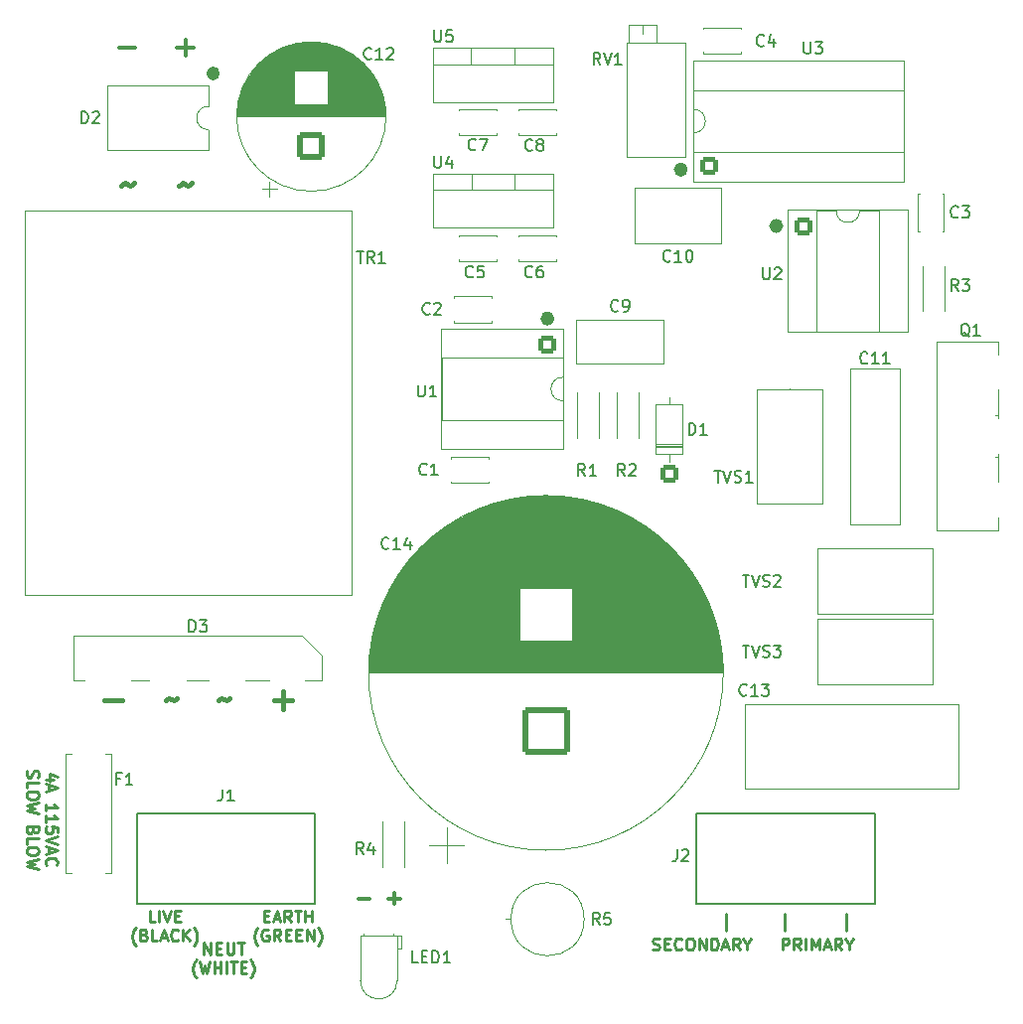
<source format=gto>
G04 #@! TF.GenerationSoftware,KiCad,Pcbnew,9.0.3*
G04 #@! TF.CreationDate,2025-08-02T15:40:20-06:00*
G04 #@! TF.ProjectId,MMS_SSTC,4d4d535f-5353-4544-932e-6b696361645f,1.0.0*
G04 #@! TF.SameCoordinates,Original*
G04 #@! TF.FileFunction,Legend,Top*
G04 #@! TF.FilePolarity,Positive*
%FSLAX46Y46*%
G04 Gerber Fmt 4.6, Leading zero omitted, Abs format (unit mm)*
G04 Created by KiCad (PCBNEW 9.0.3) date 2025-08-02 15:40:20*
%MOMM*%
%LPD*%
G01*
G04 APERTURE LIST*
G04 Aperture macros list*
%AMRoundRect*
0 Rectangle with rounded corners*
0 $1 Rounding radius*
0 $2 $3 $4 $5 $6 $7 $8 $9 X,Y pos of 4 corners*
0 Add a 4 corners polygon primitive as box body*
4,1,4,$2,$3,$4,$5,$6,$7,$8,$9,$2,$3,0*
0 Add four circle primitives for the rounded corners*
1,1,$1+$1,$2,$3*
1,1,$1+$1,$4,$5*
1,1,$1+$1,$6,$7*
1,1,$1+$1,$8,$9*
0 Add four rect primitives between the rounded corners*
20,1,$1+$1,$2,$3,$4,$5,0*
20,1,$1+$1,$4,$5,$6,$7,0*
20,1,$1+$1,$6,$7,$8,$9,0*
20,1,$1+$1,$8,$9,$2,$3,0*%
G04 Aperture macros list end*
%ADD10C,0.250000*%
%ADD11C,0.609017*%
%ADD12C,0.572015*%
%ADD13C,0.400000*%
%ADD14C,0.360000*%
%ADD15C,0.300000*%
%ADD16C,0.150000*%
%ADD17C,0.120000*%
%ADD18C,0.200000*%
%ADD19R,1.800000X1.800000*%
%ADD20C,1.800000*%
%ADD21C,2.400000*%
%ADD22C,3.200000*%
%ADD23C,2.200000*%
%ADD24R,2.200000X2.200000*%
%ADD25R,4.500000X2.500000*%
%ADD26O,4.500000X2.500000*%
%ADD27C,1.600000*%
%ADD28RoundRect,0.250000X0.550000X-0.550000X0.550000X0.550000X-0.550000X0.550000X-0.550000X-0.550000X0*%
%ADD29C,1.400000*%
%ADD30C,2.154000*%
%ADD31C,1.440000*%
%ADD32RoundRect,0.250000X-0.550000X-0.550000X0.550000X-0.550000X0.550000X0.550000X-0.550000X0.550000X0*%
%ADD33R,1.905000X2.000000*%
%ADD34O,1.905000X2.000000*%
%ADD35R,1.600000X1.600000*%
%ADD36O,1.600000X1.600000*%
%ADD37C,2.000000*%
%ADD38RoundRect,0.250001X0.949999X-0.949999X0.949999X0.949999X-0.949999X0.949999X-0.949999X-0.949999X0*%
%ADD39R,3.200000X3.200000*%
%ADD40RoundRect,0.250000X1.750000X-1.750000X1.750000X1.750000X-1.750000X1.750000X-1.750000X-1.750000X0*%
%ADD41C,4.000000*%
%ADD42RoundRect,0.250000X-0.550000X0.550000X-0.550000X-0.550000X0.550000X-0.550000X0.550000X0.550000X0*%
G04 APERTURE END LIST*
D10*
X94011991Y-126095237D02*
X93345324Y-126095237D01*
X94392944Y-125857142D02*
X93678658Y-125619047D01*
X93678658Y-125619047D02*
X93678658Y-126238094D01*
X93631039Y-126571428D02*
X93631039Y-127047618D01*
X93345324Y-126476190D02*
X94345324Y-126809523D01*
X94345324Y-126809523D02*
X93345324Y-127142856D01*
X93345324Y-128761904D02*
X93345324Y-128190476D01*
X93345324Y-128476190D02*
X94345324Y-128476190D01*
X94345324Y-128476190D02*
X94202467Y-128380952D01*
X94202467Y-128380952D02*
X94107229Y-128285714D01*
X94107229Y-128285714D02*
X94059610Y-128190476D01*
X93345324Y-129714285D02*
X93345324Y-129142857D01*
X93345324Y-129428571D02*
X94345324Y-129428571D01*
X94345324Y-129428571D02*
X94202467Y-129333333D01*
X94202467Y-129333333D02*
X94107229Y-129238095D01*
X94107229Y-129238095D02*
X94059610Y-129142857D01*
X94345324Y-130619047D02*
X94345324Y-130142857D01*
X94345324Y-130142857D02*
X93869134Y-130095238D01*
X93869134Y-130095238D02*
X93916753Y-130142857D01*
X93916753Y-130142857D02*
X93964372Y-130238095D01*
X93964372Y-130238095D02*
X93964372Y-130476190D01*
X93964372Y-130476190D02*
X93916753Y-130571428D01*
X93916753Y-130571428D02*
X93869134Y-130619047D01*
X93869134Y-130619047D02*
X93773896Y-130666666D01*
X93773896Y-130666666D02*
X93535801Y-130666666D01*
X93535801Y-130666666D02*
X93440563Y-130619047D01*
X93440563Y-130619047D02*
X93392944Y-130571428D01*
X93392944Y-130571428D02*
X93345324Y-130476190D01*
X93345324Y-130476190D02*
X93345324Y-130238095D01*
X93345324Y-130238095D02*
X93392944Y-130142857D01*
X93392944Y-130142857D02*
X93440563Y-130095238D01*
X94345324Y-130952381D02*
X93345324Y-131285714D01*
X93345324Y-131285714D02*
X94345324Y-131619047D01*
X93631039Y-131904762D02*
X93631039Y-132380952D01*
X93345324Y-131809524D02*
X94345324Y-132142857D01*
X94345324Y-132142857D02*
X93345324Y-132476190D01*
X93440563Y-133380952D02*
X93392944Y-133333333D01*
X93392944Y-133333333D02*
X93345324Y-133190476D01*
X93345324Y-133190476D02*
X93345324Y-133095238D01*
X93345324Y-133095238D02*
X93392944Y-132952381D01*
X93392944Y-132952381D02*
X93488182Y-132857143D01*
X93488182Y-132857143D02*
X93583420Y-132809524D01*
X93583420Y-132809524D02*
X93773896Y-132761905D01*
X93773896Y-132761905D02*
X93916753Y-132761905D01*
X93916753Y-132761905D02*
X94107229Y-132809524D01*
X94107229Y-132809524D02*
X94202467Y-132857143D01*
X94202467Y-132857143D02*
X94297705Y-132952381D01*
X94297705Y-132952381D02*
X94345324Y-133095238D01*
X94345324Y-133095238D02*
X94345324Y-133190476D01*
X94345324Y-133190476D02*
X94297705Y-133333333D01*
X94297705Y-133333333D02*
X94250086Y-133380952D01*
X91783000Y-125333333D02*
X91735380Y-125476190D01*
X91735380Y-125476190D02*
X91735380Y-125714285D01*
X91735380Y-125714285D02*
X91783000Y-125809523D01*
X91783000Y-125809523D02*
X91830619Y-125857142D01*
X91830619Y-125857142D02*
X91925857Y-125904761D01*
X91925857Y-125904761D02*
X92021095Y-125904761D01*
X92021095Y-125904761D02*
X92116333Y-125857142D01*
X92116333Y-125857142D02*
X92163952Y-125809523D01*
X92163952Y-125809523D02*
X92211571Y-125714285D01*
X92211571Y-125714285D02*
X92259190Y-125523809D01*
X92259190Y-125523809D02*
X92306809Y-125428571D01*
X92306809Y-125428571D02*
X92354428Y-125380952D01*
X92354428Y-125380952D02*
X92449666Y-125333333D01*
X92449666Y-125333333D02*
X92544904Y-125333333D01*
X92544904Y-125333333D02*
X92640142Y-125380952D01*
X92640142Y-125380952D02*
X92687761Y-125428571D01*
X92687761Y-125428571D02*
X92735380Y-125523809D01*
X92735380Y-125523809D02*
X92735380Y-125761904D01*
X92735380Y-125761904D02*
X92687761Y-125904761D01*
X91735380Y-126809523D02*
X91735380Y-126333333D01*
X91735380Y-126333333D02*
X92735380Y-126333333D01*
X92735380Y-127333333D02*
X92735380Y-127523809D01*
X92735380Y-127523809D02*
X92687761Y-127619047D01*
X92687761Y-127619047D02*
X92592523Y-127714285D01*
X92592523Y-127714285D02*
X92402047Y-127761904D01*
X92402047Y-127761904D02*
X92068714Y-127761904D01*
X92068714Y-127761904D02*
X91878238Y-127714285D01*
X91878238Y-127714285D02*
X91783000Y-127619047D01*
X91783000Y-127619047D02*
X91735380Y-127523809D01*
X91735380Y-127523809D02*
X91735380Y-127333333D01*
X91735380Y-127333333D02*
X91783000Y-127238095D01*
X91783000Y-127238095D02*
X91878238Y-127142857D01*
X91878238Y-127142857D02*
X92068714Y-127095238D01*
X92068714Y-127095238D02*
X92402047Y-127095238D01*
X92402047Y-127095238D02*
X92592523Y-127142857D01*
X92592523Y-127142857D02*
X92687761Y-127238095D01*
X92687761Y-127238095D02*
X92735380Y-127333333D01*
X92735380Y-128095238D02*
X91735380Y-128333333D01*
X91735380Y-128333333D02*
X92449666Y-128523809D01*
X92449666Y-128523809D02*
X91735380Y-128714285D01*
X91735380Y-128714285D02*
X92735380Y-128952381D01*
X92259190Y-130428571D02*
X92211571Y-130571428D01*
X92211571Y-130571428D02*
X92163952Y-130619047D01*
X92163952Y-130619047D02*
X92068714Y-130666666D01*
X92068714Y-130666666D02*
X91925857Y-130666666D01*
X91925857Y-130666666D02*
X91830619Y-130619047D01*
X91830619Y-130619047D02*
X91783000Y-130571428D01*
X91783000Y-130571428D02*
X91735380Y-130476190D01*
X91735380Y-130476190D02*
X91735380Y-130095238D01*
X91735380Y-130095238D02*
X92735380Y-130095238D01*
X92735380Y-130095238D02*
X92735380Y-130428571D01*
X92735380Y-130428571D02*
X92687761Y-130523809D01*
X92687761Y-130523809D02*
X92640142Y-130571428D01*
X92640142Y-130571428D02*
X92544904Y-130619047D01*
X92544904Y-130619047D02*
X92449666Y-130619047D01*
X92449666Y-130619047D02*
X92354428Y-130571428D01*
X92354428Y-130571428D02*
X92306809Y-130523809D01*
X92306809Y-130523809D02*
X92259190Y-130428571D01*
X92259190Y-130428571D02*
X92259190Y-130095238D01*
X91735380Y-131571428D02*
X91735380Y-131095238D01*
X91735380Y-131095238D02*
X92735380Y-131095238D01*
X92735380Y-132095238D02*
X92735380Y-132285714D01*
X92735380Y-132285714D02*
X92687761Y-132380952D01*
X92687761Y-132380952D02*
X92592523Y-132476190D01*
X92592523Y-132476190D02*
X92402047Y-132523809D01*
X92402047Y-132523809D02*
X92068714Y-132523809D01*
X92068714Y-132523809D02*
X91878238Y-132476190D01*
X91878238Y-132476190D02*
X91783000Y-132380952D01*
X91783000Y-132380952D02*
X91735380Y-132285714D01*
X91735380Y-132285714D02*
X91735380Y-132095238D01*
X91735380Y-132095238D02*
X91783000Y-132000000D01*
X91783000Y-132000000D02*
X91878238Y-131904762D01*
X91878238Y-131904762D02*
X92068714Y-131857143D01*
X92068714Y-131857143D02*
X92402047Y-131857143D01*
X92402047Y-131857143D02*
X92592523Y-131904762D01*
X92592523Y-131904762D02*
X92687761Y-132000000D01*
X92687761Y-132000000D02*
X92735380Y-132095238D01*
X92735380Y-132857143D02*
X91735380Y-133095238D01*
X91735380Y-133095238D02*
X92449666Y-133285714D01*
X92449666Y-133285714D02*
X91735380Y-133476190D01*
X91735380Y-133476190D02*
X92735380Y-133714286D01*
D11*
X155939508Y-78900000D02*
G75*
G02*
X155330492Y-78900000I-304508J0D01*
G01*
X155330492Y-78900000D02*
G75*
G02*
X155939508Y-78900000I304508J0D01*
G01*
X147804508Y-74100000D02*
G75*
G02*
X147195492Y-74100000I-304508J0D01*
G01*
X147195492Y-74100000D02*
G75*
G02*
X147804508Y-74100000I304508J0D01*
G01*
X136439508Y-86800000D02*
G75*
G02*
X135830492Y-86800000I-304508J0D01*
G01*
X135830492Y-86800000D02*
G75*
G02*
X136439508Y-86800000I304508J0D01*
G01*
D12*
X107921007Y-65900000D02*
G75*
G02*
X107348993Y-65900000I-286007J0D01*
G01*
X107348993Y-65900000D02*
G75*
G02*
X107921007Y-65900000I286007J0D01*
G01*
D13*
X98374347Y-119372533D02*
X99898157Y-119372533D01*
X103612443Y-119372533D02*
X103707681Y-119277295D01*
X103707681Y-119277295D02*
X103898157Y-119182057D01*
X103898157Y-119182057D02*
X104279109Y-119372533D01*
X104279109Y-119372533D02*
X104469586Y-119277295D01*
X104469586Y-119277295D02*
X104564824Y-119182057D01*
X108088634Y-119372533D02*
X108183872Y-119277295D01*
X108183872Y-119277295D02*
X108374348Y-119182057D01*
X108374348Y-119182057D02*
X108755300Y-119372533D01*
X108755300Y-119372533D02*
X108945777Y-119277295D01*
X108945777Y-119277295D02*
X109041015Y-119182057D01*
X112850539Y-119372533D02*
X114374349Y-119372533D01*
X113612444Y-120134438D02*
X113612444Y-118610628D01*
D10*
X151390663Y-138947952D02*
X151390663Y-137519380D01*
X161640663Y-138947952D02*
X161640663Y-137519380D01*
X156152568Y-140614619D02*
X156152568Y-139614619D01*
X156152568Y-139614619D02*
X156533520Y-139614619D01*
X156533520Y-139614619D02*
X156628758Y-139662238D01*
X156628758Y-139662238D02*
X156676377Y-139709857D01*
X156676377Y-139709857D02*
X156723996Y-139805095D01*
X156723996Y-139805095D02*
X156723996Y-139947952D01*
X156723996Y-139947952D02*
X156676377Y-140043190D01*
X156676377Y-140043190D02*
X156628758Y-140090809D01*
X156628758Y-140090809D02*
X156533520Y-140138428D01*
X156533520Y-140138428D02*
X156152568Y-140138428D01*
X157723996Y-140614619D02*
X157390663Y-140138428D01*
X157152568Y-140614619D02*
X157152568Y-139614619D01*
X157152568Y-139614619D02*
X157533520Y-139614619D01*
X157533520Y-139614619D02*
X157628758Y-139662238D01*
X157628758Y-139662238D02*
X157676377Y-139709857D01*
X157676377Y-139709857D02*
X157723996Y-139805095D01*
X157723996Y-139805095D02*
X157723996Y-139947952D01*
X157723996Y-139947952D02*
X157676377Y-140043190D01*
X157676377Y-140043190D02*
X157628758Y-140090809D01*
X157628758Y-140090809D02*
X157533520Y-140138428D01*
X157533520Y-140138428D02*
X157152568Y-140138428D01*
X158152568Y-140614619D02*
X158152568Y-139614619D01*
X158628758Y-140614619D02*
X158628758Y-139614619D01*
X158628758Y-139614619D02*
X158962091Y-140328904D01*
X158962091Y-140328904D02*
X159295424Y-139614619D01*
X159295424Y-139614619D02*
X159295424Y-140614619D01*
X159723996Y-140328904D02*
X160200186Y-140328904D01*
X159628758Y-140614619D02*
X159962091Y-139614619D01*
X159962091Y-139614619D02*
X160295424Y-140614619D01*
X161200186Y-140614619D02*
X160866853Y-140138428D01*
X160628758Y-140614619D02*
X160628758Y-139614619D01*
X160628758Y-139614619D02*
X161009710Y-139614619D01*
X161009710Y-139614619D02*
X161104948Y-139662238D01*
X161104948Y-139662238D02*
X161152567Y-139709857D01*
X161152567Y-139709857D02*
X161200186Y-139805095D01*
X161200186Y-139805095D02*
X161200186Y-139947952D01*
X161200186Y-139947952D02*
X161152567Y-140043190D01*
X161152567Y-140043190D02*
X161104948Y-140090809D01*
X161104948Y-140090809D02*
X161009710Y-140138428D01*
X161009710Y-140138428D02*
X160628758Y-140138428D01*
X161819234Y-140138428D02*
X161819234Y-140614619D01*
X161485901Y-139614619D02*
X161819234Y-140138428D01*
X161819234Y-140138428D02*
X162152567Y-139614619D01*
X145104949Y-140567000D02*
X145247806Y-140614619D01*
X145247806Y-140614619D02*
X145485901Y-140614619D01*
X145485901Y-140614619D02*
X145581139Y-140567000D01*
X145581139Y-140567000D02*
X145628758Y-140519380D01*
X145628758Y-140519380D02*
X145676377Y-140424142D01*
X145676377Y-140424142D02*
X145676377Y-140328904D01*
X145676377Y-140328904D02*
X145628758Y-140233666D01*
X145628758Y-140233666D02*
X145581139Y-140186047D01*
X145581139Y-140186047D02*
X145485901Y-140138428D01*
X145485901Y-140138428D02*
X145295425Y-140090809D01*
X145295425Y-140090809D02*
X145200187Y-140043190D01*
X145200187Y-140043190D02*
X145152568Y-139995571D01*
X145152568Y-139995571D02*
X145104949Y-139900333D01*
X145104949Y-139900333D02*
X145104949Y-139805095D01*
X145104949Y-139805095D02*
X145152568Y-139709857D01*
X145152568Y-139709857D02*
X145200187Y-139662238D01*
X145200187Y-139662238D02*
X145295425Y-139614619D01*
X145295425Y-139614619D02*
X145533520Y-139614619D01*
X145533520Y-139614619D02*
X145676377Y-139662238D01*
X146104949Y-140090809D02*
X146438282Y-140090809D01*
X146581139Y-140614619D02*
X146104949Y-140614619D01*
X146104949Y-140614619D02*
X146104949Y-139614619D01*
X146104949Y-139614619D02*
X146581139Y-139614619D01*
X147581139Y-140519380D02*
X147533520Y-140567000D01*
X147533520Y-140567000D02*
X147390663Y-140614619D01*
X147390663Y-140614619D02*
X147295425Y-140614619D01*
X147295425Y-140614619D02*
X147152568Y-140567000D01*
X147152568Y-140567000D02*
X147057330Y-140471761D01*
X147057330Y-140471761D02*
X147009711Y-140376523D01*
X147009711Y-140376523D02*
X146962092Y-140186047D01*
X146962092Y-140186047D02*
X146962092Y-140043190D01*
X146962092Y-140043190D02*
X147009711Y-139852714D01*
X147009711Y-139852714D02*
X147057330Y-139757476D01*
X147057330Y-139757476D02*
X147152568Y-139662238D01*
X147152568Y-139662238D02*
X147295425Y-139614619D01*
X147295425Y-139614619D02*
X147390663Y-139614619D01*
X147390663Y-139614619D02*
X147533520Y-139662238D01*
X147533520Y-139662238D02*
X147581139Y-139709857D01*
X148200187Y-139614619D02*
X148390663Y-139614619D01*
X148390663Y-139614619D02*
X148485901Y-139662238D01*
X148485901Y-139662238D02*
X148581139Y-139757476D01*
X148581139Y-139757476D02*
X148628758Y-139947952D01*
X148628758Y-139947952D02*
X148628758Y-140281285D01*
X148628758Y-140281285D02*
X148581139Y-140471761D01*
X148581139Y-140471761D02*
X148485901Y-140567000D01*
X148485901Y-140567000D02*
X148390663Y-140614619D01*
X148390663Y-140614619D02*
X148200187Y-140614619D01*
X148200187Y-140614619D02*
X148104949Y-140567000D01*
X148104949Y-140567000D02*
X148009711Y-140471761D01*
X148009711Y-140471761D02*
X147962092Y-140281285D01*
X147962092Y-140281285D02*
X147962092Y-139947952D01*
X147962092Y-139947952D02*
X148009711Y-139757476D01*
X148009711Y-139757476D02*
X148104949Y-139662238D01*
X148104949Y-139662238D02*
X148200187Y-139614619D01*
X149057330Y-140614619D02*
X149057330Y-139614619D01*
X149057330Y-139614619D02*
X149628758Y-140614619D01*
X149628758Y-140614619D02*
X149628758Y-139614619D01*
X150104949Y-140614619D02*
X150104949Y-139614619D01*
X150104949Y-139614619D02*
X150343044Y-139614619D01*
X150343044Y-139614619D02*
X150485901Y-139662238D01*
X150485901Y-139662238D02*
X150581139Y-139757476D01*
X150581139Y-139757476D02*
X150628758Y-139852714D01*
X150628758Y-139852714D02*
X150676377Y-140043190D01*
X150676377Y-140043190D02*
X150676377Y-140186047D01*
X150676377Y-140186047D02*
X150628758Y-140376523D01*
X150628758Y-140376523D02*
X150581139Y-140471761D01*
X150581139Y-140471761D02*
X150485901Y-140567000D01*
X150485901Y-140567000D02*
X150343044Y-140614619D01*
X150343044Y-140614619D02*
X150104949Y-140614619D01*
X151057330Y-140328904D02*
X151533520Y-140328904D01*
X150962092Y-140614619D02*
X151295425Y-139614619D01*
X151295425Y-139614619D02*
X151628758Y-140614619D01*
X152533520Y-140614619D02*
X152200187Y-140138428D01*
X151962092Y-140614619D02*
X151962092Y-139614619D01*
X151962092Y-139614619D02*
X152343044Y-139614619D01*
X152343044Y-139614619D02*
X152438282Y-139662238D01*
X152438282Y-139662238D02*
X152485901Y-139709857D01*
X152485901Y-139709857D02*
X152533520Y-139805095D01*
X152533520Y-139805095D02*
X152533520Y-139947952D01*
X152533520Y-139947952D02*
X152485901Y-140043190D01*
X152485901Y-140043190D02*
X152438282Y-140090809D01*
X152438282Y-140090809D02*
X152343044Y-140138428D01*
X152343044Y-140138428D02*
X151962092Y-140138428D01*
X153152568Y-140138428D02*
X153152568Y-140614619D01*
X152819235Y-139614619D02*
X153152568Y-140138428D01*
X153152568Y-140138428D02*
X153485901Y-139614619D01*
X111952381Y-137730865D02*
X112285714Y-137730865D01*
X112428571Y-138254675D02*
X111952381Y-138254675D01*
X111952381Y-138254675D02*
X111952381Y-137254675D01*
X111952381Y-137254675D02*
X112428571Y-137254675D01*
X112809524Y-137968960D02*
X113285714Y-137968960D01*
X112714286Y-138254675D02*
X113047619Y-137254675D01*
X113047619Y-137254675D02*
X113380952Y-138254675D01*
X114285714Y-138254675D02*
X113952381Y-137778484D01*
X113714286Y-138254675D02*
X113714286Y-137254675D01*
X113714286Y-137254675D02*
X114095238Y-137254675D01*
X114095238Y-137254675D02*
X114190476Y-137302294D01*
X114190476Y-137302294D02*
X114238095Y-137349913D01*
X114238095Y-137349913D02*
X114285714Y-137445151D01*
X114285714Y-137445151D02*
X114285714Y-137588008D01*
X114285714Y-137588008D02*
X114238095Y-137683246D01*
X114238095Y-137683246D02*
X114190476Y-137730865D01*
X114190476Y-137730865D02*
X114095238Y-137778484D01*
X114095238Y-137778484D02*
X113714286Y-137778484D01*
X114571429Y-137254675D02*
X115142857Y-137254675D01*
X114857143Y-138254675D02*
X114857143Y-137254675D01*
X115476191Y-138254675D02*
X115476191Y-137254675D01*
X115476191Y-137730865D02*
X116047619Y-137730865D01*
X116047619Y-138254675D02*
X116047619Y-137254675D01*
X111428571Y-140245571D02*
X111380952Y-140197952D01*
X111380952Y-140197952D02*
X111285714Y-140055095D01*
X111285714Y-140055095D02*
X111238095Y-139959857D01*
X111238095Y-139959857D02*
X111190476Y-139817000D01*
X111190476Y-139817000D02*
X111142857Y-139578904D01*
X111142857Y-139578904D02*
X111142857Y-139388428D01*
X111142857Y-139388428D02*
X111190476Y-139150333D01*
X111190476Y-139150333D02*
X111238095Y-139007476D01*
X111238095Y-139007476D02*
X111285714Y-138912238D01*
X111285714Y-138912238D02*
X111380952Y-138769380D01*
X111380952Y-138769380D02*
X111428571Y-138721761D01*
X112333333Y-138912238D02*
X112238095Y-138864619D01*
X112238095Y-138864619D02*
X112095238Y-138864619D01*
X112095238Y-138864619D02*
X111952381Y-138912238D01*
X111952381Y-138912238D02*
X111857143Y-139007476D01*
X111857143Y-139007476D02*
X111809524Y-139102714D01*
X111809524Y-139102714D02*
X111761905Y-139293190D01*
X111761905Y-139293190D02*
X111761905Y-139436047D01*
X111761905Y-139436047D02*
X111809524Y-139626523D01*
X111809524Y-139626523D02*
X111857143Y-139721761D01*
X111857143Y-139721761D02*
X111952381Y-139817000D01*
X111952381Y-139817000D02*
X112095238Y-139864619D01*
X112095238Y-139864619D02*
X112190476Y-139864619D01*
X112190476Y-139864619D02*
X112333333Y-139817000D01*
X112333333Y-139817000D02*
X112380952Y-139769380D01*
X112380952Y-139769380D02*
X112380952Y-139436047D01*
X112380952Y-139436047D02*
X112190476Y-139436047D01*
X113380952Y-139864619D02*
X113047619Y-139388428D01*
X112809524Y-139864619D02*
X112809524Y-138864619D01*
X112809524Y-138864619D02*
X113190476Y-138864619D01*
X113190476Y-138864619D02*
X113285714Y-138912238D01*
X113285714Y-138912238D02*
X113333333Y-138959857D01*
X113333333Y-138959857D02*
X113380952Y-139055095D01*
X113380952Y-139055095D02*
X113380952Y-139197952D01*
X113380952Y-139197952D02*
X113333333Y-139293190D01*
X113333333Y-139293190D02*
X113285714Y-139340809D01*
X113285714Y-139340809D02*
X113190476Y-139388428D01*
X113190476Y-139388428D02*
X112809524Y-139388428D01*
X113809524Y-139340809D02*
X114142857Y-139340809D01*
X114285714Y-139864619D02*
X113809524Y-139864619D01*
X113809524Y-139864619D02*
X113809524Y-138864619D01*
X113809524Y-138864619D02*
X114285714Y-138864619D01*
X114714286Y-139340809D02*
X115047619Y-139340809D01*
X115190476Y-139864619D02*
X114714286Y-139864619D01*
X114714286Y-139864619D02*
X114714286Y-138864619D01*
X114714286Y-138864619D02*
X115190476Y-138864619D01*
X115619048Y-139864619D02*
X115619048Y-138864619D01*
X115619048Y-138864619D02*
X116190476Y-139864619D01*
X116190476Y-139864619D02*
X116190476Y-138864619D01*
X116571429Y-140245571D02*
X116619048Y-140197952D01*
X116619048Y-140197952D02*
X116714286Y-140055095D01*
X116714286Y-140055095D02*
X116761905Y-139959857D01*
X116761905Y-139959857D02*
X116809524Y-139817000D01*
X116809524Y-139817000D02*
X116857143Y-139578904D01*
X116857143Y-139578904D02*
X116857143Y-139388428D01*
X116857143Y-139388428D02*
X116809524Y-139150333D01*
X116809524Y-139150333D02*
X116761905Y-139007476D01*
X116761905Y-139007476D02*
X116714286Y-138912238D01*
X116714286Y-138912238D02*
X116619048Y-138769380D01*
X116619048Y-138769380D02*
X116571429Y-138721761D01*
X102690476Y-138254675D02*
X102214286Y-138254675D01*
X102214286Y-138254675D02*
X102214286Y-137254675D01*
X103023810Y-138254675D02*
X103023810Y-137254675D01*
X103357143Y-137254675D02*
X103690476Y-138254675D01*
X103690476Y-138254675D02*
X104023809Y-137254675D01*
X104357143Y-137730865D02*
X104690476Y-137730865D01*
X104833333Y-138254675D02*
X104357143Y-138254675D01*
X104357143Y-138254675D02*
X104357143Y-137254675D01*
X104357143Y-137254675D02*
X104833333Y-137254675D01*
X101023809Y-140245571D02*
X100976190Y-140197952D01*
X100976190Y-140197952D02*
X100880952Y-140055095D01*
X100880952Y-140055095D02*
X100833333Y-139959857D01*
X100833333Y-139959857D02*
X100785714Y-139817000D01*
X100785714Y-139817000D02*
X100738095Y-139578904D01*
X100738095Y-139578904D02*
X100738095Y-139388428D01*
X100738095Y-139388428D02*
X100785714Y-139150333D01*
X100785714Y-139150333D02*
X100833333Y-139007476D01*
X100833333Y-139007476D02*
X100880952Y-138912238D01*
X100880952Y-138912238D02*
X100976190Y-138769380D01*
X100976190Y-138769380D02*
X101023809Y-138721761D01*
X101738095Y-139340809D02*
X101880952Y-139388428D01*
X101880952Y-139388428D02*
X101928571Y-139436047D01*
X101928571Y-139436047D02*
X101976190Y-139531285D01*
X101976190Y-139531285D02*
X101976190Y-139674142D01*
X101976190Y-139674142D02*
X101928571Y-139769380D01*
X101928571Y-139769380D02*
X101880952Y-139817000D01*
X101880952Y-139817000D02*
X101785714Y-139864619D01*
X101785714Y-139864619D02*
X101404762Y-139864619D01*
X101404762Y-139864619D02*
X101404762Y-138864619D01*
X101404762Y-138864619D02*
X101738095Y-138864619D01*
X101738095Y-138864619D02*
X101833333Y-138912238D01*
X101833333Y-138912238D02*
X101880952Y-138959857D01*
X101880952Y-138959857D02*
X101928571Y-139055095D01*
X101928571Y-139055095D02*
X101928571Y-139150333D01*
X101928571Y-139150333D02*
X101880952Y-139245571D01*
X101880952Y-139245571D02*
X101833333Y-139293190D01*
X101833333Y-139293190D02*
X101738095Y-139340809D01*
X101738095Y-139340809D02*
X101404762Y-139340809D01*
X102880952Y-139864619D02*
X102404762Y-139864619D01*
X102404762Y-139864619D02*
X102404762Y-138864619D01*
X103166667Y-139578904D02*
X103642857Y-139578904D01*
X103071429Y-139864619D02*
X103404762Y-138864619D01*
X103404762Y-138864619D02*
X103738095Y-139864619D01*
X104642857Y-139769380D02*
X104595238Y-139817000D01*
X104595238Y-139817000D02*
X104452381Y-139864619D01*
X104452381Y-139864619D02*
X104357143Y-139864619D01*
X104357143Y-139864619D02*
X104214286Y-139817000D01*
X104214286Y-139817000D02*
X104119048Y-139721761D01*
X104119048Y-139721761D02*
X104071429Y-139626523D01*
X104071429Y-139626523D02*
X104023810Y-139436047D01*
X104023810Y-139436047D02*
X104023810Y-139293190D01*
X104023810Y-139293190D02*
X104071429Y-139102714D01*
X104071429Y-139102714D02*
X104119048Y-139007476D01*
X104119048Y-139007476D02*
X104214286Y-138912238D01*
X104214286Y-138912238D02*
X104357143Y-138864619D01*
X104357143Y-138864619D02*
X104452381Y-138864619D01*
X104452381Y-138864619D02*
X104595238Y-138912238D01*
X104595238Y-138912238D02*
X104642857Y-138959857D01*
X105071429Y-139864619D02*
X105071429Y-138864619D01*
X105642857Y-139864619D02*
X105214286Y-139293190D01*
X105642857Y-138864619D02*
X105071429Y-139436047D01*
X105976191Y-140245571D02*
X106023810Y-140197952D01*
X106023810Y-140197952D02*
X106119048Y-140055095D01*
X106119048Y-140055095D02*
X106166667Y-139959857D01*
X106166667Y-139959857D02*
X106214286Y-139817000D01*
X106214286Y-139817000D02*
X106261905Y-139578904D01*
X106261905Y-139578904D02*
X106261905Y-139388428D01*
X106261905Y-139388428D02*
X106214286Y-139150333D01*
X106214286Y-139150333D02*
X106166667Y-139007476D01*
X106166667Y-139007476D02*
X106119048Y-138912238D01*
X106119048Y-138912238D02*
X106023810Y-138769380D01*
X106023810Y-138769380D02*
X105976191Y-138721761D01*
X106857143Y-141004675D02*
X106857143Y-140004675D01*
X106857143Y-140004675D02*
X107428571Y-141004675D01*
X107428571Y-141004675D02*
X107428571Y-140004675D01*
X107904762Y-140480865D02*
X108238095Y-140480865D01*
X108380952Y-141004675D02*
X107904762Y-141004675D01*
X107904762Y-141004675D02*
X107904762Y-140004675D01*
X107904762Y-140004675D02*
X108380952Y-140004675D01*
X108809524Y-140004675D02*
X108809524Y-140814198D01*
X108809524Y-140814198D02*
X108857143Y-140909436D01*
X108857143Y-140909436D02*
X108904762Y-140957056D01*
X108904762Y-140957056D02*
X109000000Y-141004675D01*
X109000000Y-141004675D02*
X109190476Y-141004675D01*
X109190476Y-141004675D02*
X109285714Y-140957056D01*
X109285714Y-140957056D02*
X109333333Y-140909436D01*
X109333333Y-140909436D02*
X109380952Y-140814198D01*
X109380952Y-140814198D02*
X109380952Y-140004675D01*
X109714286Y-140004675D02*
X110285714Y-140004675D01*
X110000000Y-141004675D02*
X110000000Y-140004675D01*
X106190476Y-142995571D02*
X106142857Y-142947952D01*
X106142857Y-142947952D02*
X106047619Y-142805095D01*
X106047619Y-142805095D02*
X106000000Y-142709857D01*
X106000000Y-142709857D02*
X105952381Y-142567000D01*
X105952381Y-142567000D02*
X105904762Y-142328904D01*
X105904762Y-142328904D02*
X105904762Y-142138428D01*
X105904762Y-142138428D02*
X105952381Y-141900333D01*
X105952381Y-141900333D02*
X106000000Y-141757476D01*
X106000000Y-141757476D02*
X106047619Y-141662238D01*
X106047619Y-141662238D02*
X106142857Y-141519380D01*
X106142857Y-141519380D02*
X106190476Y-141471761D01*
X106476191Y-141614619D02*
X106714286Y-142614619D01*
X106714286Y-142614619D02*
X106904762Y-141900333D01*
X106904762Y-141900333D02*
X107095238Y-142614619D01*
X107095238Y-142614619D02*
X107333334Y-141614619D01*
X107714286Y-142614619D02*
X107714286Y-141614619D01*
X107714286Y-142090809D02*
X108285714Y-142090809D01*
X108285714Y-142614619D02*
X108285714Y-141614619D01*
X108761905Y-142614619D02*
X108761905Y-141614619D01*
X109095238Y-141614619D02*
X109666666Y-141614619D01*
X109380952Y-142614619D02*
X109380952Y-141614619D01*
X110000000Y-142090809D02*
X110333333Y-142090809D01*
X110476190Y-142614619D02*
X110000000Y-142614619D01*
X110000000Y-142614619D02*
X110000000Y-141614619D01*
X110000000Y-141614619D02*
X110476190Y-141614619D01*
X110809524Y-142995571D02*
X110857143Y-142947952D01*
X110857143Y-142947952D02*
X110952381Y-142805095D01*
X110952381Y-142805095D02*
X111000000Y-142709857D01*
X111000000Y-142709857D02*
X111047619Y-142567000D01*
X111047619Y-142567000D02*
X111095238Y-142328904D01*
X111095238Y-142328904D02*
X111095238Y-142138428D01*
X111095238Y-142138428D02*
X111047619Y-141900333D01*
X111047619Y-141900333D02*
X111000000Y-141757476D01*
X111000000Y-141757476D02*
X110952381Y-141662238D01*
X110952381Y-141662238D02*
X110857143Y-141519380D01*
X110857143Y-141519380D02*
X110809524Y-141471761D01*
D13*
X99807680Y-75471866D02*
X99912442Y-75367104D01*
X99912442Y-75367104D02*
X100121966Y-75262342D01*
X100121966Y-75262342D02*
X100541014Y-75471866D01*
X100541014Y-75471866D02*
X100750537Y-75367104D01*
X100750537Y-75367104D02*
X100855299Y-75262342D01*
X104731489Y-75471866D02*
X104836251Y-75367104D01*
X104836251Y-75367104D02*
X105045775Y-75262342D01*
X105045775Y-75262342D02*
X105464823Y-75471866D01*
X105464823Y-75471866D02*
X105674346Y-75367104D01*
X105674346Y-75367104D02*
X105779108Y-75262342D01*
D10*
X156390663Y-138947952D02*
X156390663Y-137519380D01*
D14*
X99600413Y-63675280D02*
X100971842Y-63675280D01*
X104571842Y-63675280D02*
X105943271Y-63675280D01*
X105257556Y-64360994D02*
X105257556Y-62989565D01*
D15*
X120006891Y-136230066D02*
X120997368Y-136230066D01*
X122606891Y-136230066D02*
X123597368Y-136230066D01*
X123102129Y-136725304D02*
X123102129Y-135734828D01*
D16*
X125080952Y-141704819D02*
X124604762Y-141704819D01*
X124604762Y-141704819D02*
X124604762Y-140704819D01*
X125414286Y-141181009D02*
X125747619Y-141181009D01*
X125890476Y-141704819D02*
X125414286Y-141704819D01*
X125414286Y-141704819D02*
X125414286Y-140704819D01*
X125414286Y-140704819D02*
X125890476Y-140704819D01*
X126319048Y-141704819D02*
X126319048Y-140704819D01*
X126319048Y-140704819D02*
X126557143Y-140704819D01*
X126557143Y-140704819D02*
X126700000Y-140752438D01*
X126700000Y-140752438D02*
X126795238Y-140847676D01*
X126795238Y-140847676D02*
X126842857Y-140942914D01*
X126842857Y-140942914D02*
X126890476Y-141133390D01*
X126890476Y-141133390D02*
X126890476Y-141276247D01*
X126890476Y-141276247D02*
X126842857Y-141466723D01*
X126842857Y-141466723D02*
X126795238Y-141561961D01*
X126795238Y-141561961D02*
X126700000Y-141657200D01*
X126700000Y-141657200D02*
X126557143Y-141704819D01*
X126557143Y-141704819D02*
X126319048Y-141704819D01*
X127842857Y-141704819D02*
X127271429Y-141704819D01*
X127557143Y-141704819D02*
X127557143Y-140704819D01*
X127557143Y-140704819D02*
X127461905Y-140847676D01*
X127461905Y-140847676D02*
X127366667Y-140942914D01*
X127366667Y-140942914D02*
X127271429Y-140990533D01*
X140583333Y-138454819D02*
X140250000Y-137978628D01*
X140011905Y-138454819D02*
X140011905Y-137454819D01*
X140011905Y-137454819D02*
X140392857Y-137454819D01*
X140392857Y-137454819D02*
X140488095Y-137502438D01*
X140488095Y-137502438D02*
X140535714Y-137550057D01*
X140535714Y-137550057D02*
X140583333Y-137645295D01*
X140583333Y-137645295D02*
X140583333Y-137788152D01*
X140583333Y-137788152D02*
X140535714Y-137883390D01*
X140535714Y-137883390D02*
X140488095Y-137931009D01*
X140488095Y-137931009D02*
X140392857Y-137978628D01*
X140392857Y-137978628D02*
X140011905Y-137978628D01*
X141488095Y-137454819D02*
X141011905Y-137454819D01*
X141011905Y-137454819D02*
X140964286Y-137931009D01*
X140964286Y-137931009D02*
X141011905Y-137883390D01*
X141011905Y-137883390D02*
X141107143Y-137835771D01*
X141107143Y-137835771D02*
X141345238Y-137835771D01*
X141345238Y-137835771D02*
X141440476Y-137883390D01*
X141440476Y-137883390D02*
X141488095Y-137931009D01*
X141488095Y-137931009D02*
X141535714Y-138026247D01*
X141535714Y-138026247D02*
X141535714Y-138264342D01*
X141535714Y-138264342D02*
X141488095Y-138359580D01*
X141488095Y-138359580D02*
X141440476Y-138407200D01*
X141440476Y-138407200D02*
X141345238Y-138454819D01*
X141345238Y-138454819D02*
X141107143Y-138454819D01*
X141107143Y-138454819D02*
X141011905Y-138407200D01*
X141011905Y-138407200D02*
X140964286Y-138359580D01*
X119873095Y-81054819D02*
X120444523Y-81054819D01*
X120158809Y-82054819D02*
X120158809Y-81054819D01*
X121349285Y-82054819D02*
X121015952Y-81578628D01*
X120777857Y-82054819D02*
X120777857Y-81054819D01*
X120777857Y-81054819D02*
X121158809Y-81054819D01*
X121158809Y-81054819D02*
X121254047Y-81102438D01*
X121254047Y-81102438D02*
X121301666Y-81150057D01*
X121301666Y-81150057D02*
X121349285Y-81245295D01*
X121349285Y-81245295D02*
X121349285Y-81388152D01*
X121349285Y-81388152D02*
X121301666Y-81483390D01*
X121301666Y-81483390D02*
X121254047Y-81531009D01*
X121254047Y-81531009D02*
X121158809Y-81578628D01*
X121158809Y-81578628D02*
X120777857Y-81578628D01*
X122301666Y-82054819D02*
X121730238Y-82054819D01*
X122015952Y-82054819D02*
X122015952Y-81054819D01*
X122015952Y-81054819D02*
X121920714Y-81197676D01*
X121920714Y-81197676D02*
X121825476Y-81292914D01*
X121825476Y-81292914D02*
X121730238Y-81340533D01*
X99701666Y-126031009D02*
X99368333Y-126031009D01*
X99368333Y-126554819D02*
X99368333Y-125554819D01*
X99368333Y-125554819D02*
X99844523Y-125554819D01*
X100749285Y-126554819D02*
X100177857Y-126554819D01*
X100463571Y-126554819D02*
X100463571Y-125554819D01*
X100463571Y-125554819D02*
X100368333Y-125697676D01*
X100368333Y-125697676D02*
X100273095Y-125792914D01*
X100273095Y-125792914D02*
X100177857Y-125840533D01*
X172104761Y-88350057D02*
X172009523Y-88302438D01*
X172009523Y-88302438D02*
X171914285Y-88207200D01*
X171914285Y-88207200D02*
X171771428Y-88064342D01*
X171771428Y-88064342D02*
X171676190Y-88016723D01*
X171676190Y-88016723D02*
X171580952Y-88016723D01*
X171628571Y-88254819D02*
X171533333Y-88207200D01*
X171533333Y-88207200D02*
X171438095Y-88111961D01*
X171438095Y-88111961D02*
X171390476Y-87921485D01*
X171390476Y-87921485D02*
X171390476Y-87588152D01*
X171390476Y-87588152D02*
X171438095Y-87397676D01*
X171438095Y-87397676D02*
X171533333Y-87302438D01*
X171533333Y-87302438D02*
X171628571Y-87254819D01*
X171628571Y-87254819D02*
X171819047Y-87254819D01*
X171819047Y-87254819D02*
X171914285Y-87302438D01*
X171914285Y-87302438D02*
X172009523Y-87397676D01*
X172009523Y-87397676D02*
X172057142Y-87588152D01*
X172057142Y-87588152D02*
X172057142Y-87921485D01*
X172057142Y-87921485D02*
X172009523Y-88111961D01*
X172009523Y-88111961D02*
X171914285Y-88207200D01*
X171914285Y-88207200D02*
X171819047Y-88254819D01*
X171819047Y-88254819D02*
X171628571Y-88254819D01*
X173009523Y-88254819D02*
X172438095Y-88254819D01*
X172723809Y-88254819D02*
X172723809Y-87254819D01*
X172723809Y-87254819D02*
X172628571Y-87397676D01*
X172628571Y-87397676D02*
X172533333Y-87492914D01*
X172533333Y-87492914D02*
X172438095Y-87540533D01*
X125833333Y-100059580D02*
X125785714Y-100107200D01*
X125785714Y-100107200D02*
X125642857Y-100154819D01*
X125642857Y-100154819D02*
X125547619Y-100154819D01*
X125547619Y-100154819D02*
X125404762Y-100107200D01*
X125404762Y-100107200D02*
X125309524Y-100011961D01*
X125309524Y-100011961D02*
X125261905Y-99916723D01*
X125261905Y-99916723D02*
X125214286Y-99726247D01*
X125214286Y-99726247D02*
X125214286Y-99583390D01*
X125214286Y-99583390D02*
X125261905Y-99392914D01*
X125261905Y-99392914D02*
X125309524Y-99297676D01*
X125309524Y-99297676D02*
X125404762Y-99202438D01*
X125404762Y-99202438D02*
X125547619Y-99154819D01*
X125547619Y-99154819D02*
X125642857Y-99154819D01*
X125642857Y-99154819D02*
X125785714Y-99202438D01*
X125785714Y-99202438D02*
X125833333Y-99250057D01*
X126785714Y-100154819D02*
X126214286Y-100154819D01*
X126500000Y-100154819D02*
X126500000Y-99154819D01*
X126500000Y-99154819D02*
X126404762Y-99297676D01*
X126404762Y-99297676D02*
X126309524Y-99392914D01*
X126309524Y-99392914D02*
X126214286Y-99440533D01*
X171133333Y-78109580D02*
X171085714Y-78157200D01*
X171085714Y-78157200D02*
X170942857Y-78204819D01*
X170942857Y-78204819D02*
X170847619Y-78204819D01*
X170847619Y-78204819D02*
X170704762Y-78157200D01*
X170704762Y-78157200D02*
X170609524Y-78061961D01*
X170609524Y-78061961D02*
X170561905Y-77966723D01*
X170561905Y-77966723D02*
X170514286Y-77776247D01*
X170514286Y-77776247D02*
X170514286Y-77633390D01*
X170514286Y-77633390D02*
X170561905Y-77442914D01*
X170561905Y-77442914D02*
X170609524Y-77347676D01*
X170609524Y-77347676D02*
X170704762Y-77252438D01*
X170704762Y-77252438D02*
X170847619Y-77204819D01*
X170847619Y-77204819D02*
X170942857Y-77204819D01*
X170942857Y-77204819D02*
X171085714Y-77252438D01*
X171085714Y-77252438D02*
X171133333Y-77300057D01*
X171466667Y-77204819D02*
X172085714Y-77204819D01*
X172085714Y-77204819D02*
X171752381Y-77585771D01*
X171752381Y-77585771D02*
X171895238Y-77585771D01*
X171895238Y-77585771D02*
X171990476Y-77633390D01*
X171990476Y-77633390D02*
X172038095Y-77681009D01*
X172038095Y-77681009D02*
X172085714Y-77776247D01*
X172085714Y-77776247D02*
X172085714Y-78014342D01*
X172085714Y-78014342D02*
X172038095Y-78109580D01*
X172038095Y-78109580D02*
X171990476Y-78157200D01*
X171990476Y-78157200D02*
X171895238Y-78204819D01*
X171895238Y-78204819D02*
X171609524Y-78204819D01*
X171609524Y-78204819D02*
X171514286Y-78157200D01*
X171514286Y-78157200D02*
X171466667Y-78109580D01*
X157988095Y-63204819D02*
X157988095Y-64014342D01*
X157988095Y-64014342D02*
X158035714Y-64109580D01*
X158035714Y-64109580D02*
X158083333Y-64157200D01*
X158083333Y-64157200D02*
X158178571Y-64204819D01*
X158178571Y-64204819D02*
X158369047Y-64204819D01*
X158369047Y-64204819D02*
X158464285Y-64157200D01*
X158464285Y-64157200D02*
X158511904Y-64109580D01*
X158511904Y-64109580D02*
X158559523Y-64014342D01*
X158559523Y-64014342D02*
X158559523Y-63204819D01*
X158940476Y-63204819D02*
X159559523Y-63204819D01*
X159559523Y-63204819D02*
X159226190Y-63585771D01*
X159226190Y-63585771D02*
X159369047Y-63585771D01*
X159369047Y-63585771D02*
X159464285Y-63633390D01*
X159464285Y-63633390D02*
X159511904Y-63681009D01*
X159511904Y-63681009D02*
X159559523Y-63776247D01*
X159559523Y-63776247D02*
X159559523Y-64014342D01*
X159559523Y-64014342D02*
X159511904Y-64109580D01*
X159511904Y-64109580D02*
X159464285Y-64157200D01*
X159464285Y-64157200D02*
X159369047Y-64204819D01*
X159369047Y-64204819D02*
X159083333Y-64204819D01*
X159083333Y-64204819D02*
X158988095Y-64157200D01*
X158988095Y-64157200D02*
X158940476Y-64109580D01*
X134833333Y-72409580D02*
X134785714Y-72457200D01*
X134785714Y-72457200D02*
X134642857Y-72504819D01*
X134642857Y-72504819D02*
X134547619Y-72504819D01*
X134547619Y-72504819D02*
X134404762Y-72457200D01*
X134404762Y-72457200D02*
X134309524Y-72361961D01*
X134309524Y-72361961D02*
X134261905Y-72266723D01*
X134261905Y-72266723D02*
X134214286Y-72076247D01*
X134214286Y-72076247D02*
X134214286Y-71933390D01*
X134214286Y-71933390D02*
X134261905Y-71742914D01*
X134261905Y-71742914D02*
X134309524Y-71647676D01*
X134309524Y-71647676D02*
X134404762Y-71552438D01*
X134404762Y-71552438D02*
X134547619Y-71504819D01*
X134547619Y-71504819D02*
X134642857Y-71504819D01*
X134642857Y-71504819D02*
X134785714Y-71552438D01*
X134785714Y-71552438D02*
X134833333Y-71600057D01*
X135404762Y-71933390D02*
X135309524Y-71885771D01*
X135309524Y-71885771D02*
X135261905Y-71838152D01*
X135261905Y-71838152D02*
X135214286Y-71742914D01*
X135214286Y-71742914D02*
X135214286Y-71695295D01*
X135214286Y-71695295D02*
X135261905Y-71600057D01*
X135261905Y-71600057D02*
X135309524Y-71552438D01*
X135309524Y-71552438D02*
X135404762Y-71504819D01*
X135404762Y-71504819D02*
X135595238Y-71504819D01*
X135595238Y-71504819D02*
X135690476Y-71552438D01*
X135690476Y-71552438D02*
X135738095Y-71600057D01*
X135738095Y-71600057D02*
X135785714Y-71695295D01*
X135785714Y-71695295D02*
X135785714Y-71742914D01*
X135785714Y-71742914D02*
X135738095Y-71838152D01*
X135738095Y-71838152D02*
X135690476Y-71885771D01*
X135690476Y-71885771D02*
X135595238Y-71933390D01*
X135595238Y-71933390D02*
X135404762Y-71933390D01*
X135404762Y-71933390D02*
X135309524Y-71981009D01*
X135309524Y-71981009D02*
X135261905Y-72028628D01*
X135261905Y-72028628D02*
X135214286Y-72123866D01*
X135214286Y-72123866D02*
X135214286Y-72314342D01*
X135214286Y-72314342D02*
X135261905Y-72409580D01*
X135261905Y-72409580D02*
X135309524Y-72457200D01*
X135309524Y-72457200D02*
X135404762Y-72504819D01*
X135404762Y-72504819D02*
X135595238Y-72504819D01*
X135595238Y-72504819D02*
X135690476Y-72457200D01*
X135690476Y-72457200D02*
X135738095Y-72409580D01*
X135738095Y-72409580D02*
X135785714Y-72314342D01*
X135785714Y-72314342D02*
X135785714Y-72123866D01*
X135785714Y-72123866D02*
X135738095Y-72028628D01*
X135738095Y-72028628D02*
X135690476Y-71981009D01*
X135690476Y-71981009D02*
X135595238Y-71933390D01*
X142728333Y-100204819D02*
X142395000Y-99728628D01*
X142156905Y-100204819D02*
X142156905Y-99204819D01*
X142156905Y-99204819D02*
X142537857Y-99204819D01*
X142537857Y-99204819D02*
X142633095Y-99252438D01*
X142633095Y-99252438D02*
X142680714Y-99300057D01*
X142680714Y-99300057D02*
X142728333Y-99395295D01*
X142728333Y-99395295D02*
X142728333Y-99538152D01*
X142728333Y-99538152D02*
X142680714Y-99633390D01*
X142680714Y-99633390D02*
X142633095Y-99681009D01*
X142633095Y-99681009D02*
X142537857Y-99728628D01*
X142537857Y-99728628D02*
X142156905Y-99728628D01*
X143109286Y-99300057D02*
X143156905Y-99252438D01*
X143156905Y-99252438D02*
X143252143Y-99204819D01*
X143252143Y-99204819D02*
X143490238Y-99204819D01*
X143490238Y-99204819D02*
X143585476Y-99252438D01*
X143585476Y-99252438D02*
X143633095Y-99300057D01*
X143633095Y-99300057D02*
X143680714Y-99395295D01*
X143680714Y-99395295D02*
X143680714Y-99490533D01*
X143680714Y-99490533D02*
X143633095Y-99633390D01*
X143633095Y-99633390D02*
X143061667Y-100204819D01*
X143061667Y-100204819D02*
X143680714Y-100204819D01*
X147166666Y-132054819D02*
X147166666Y-132769104D01*
X147166666Y-132769104D02*
X147119047Y-132911961D01*
X147119047Y-132911961D02*
X147023809Y-133007200D01*
X147023809Y-133007200D02*
X146880952Y-133054819D01*
X146880952Y-133054819D02*
X146785714Y-133054819D01*
X147595238Y-132150057D02*
X147642857Y-132102438D01*
X147642857Y-132102438D02*
X147738095Y-132054819D01*
X147738095Y-132054819D02*
X147976190Y-132054819D01*
X147976190Y-132054819D02*
X148071428Y-132102438D01*
X148071428Y-132102438D02*
X148119047Y-132150057D01*
X148119047Y-132150057D02*
X148166666Y-132245295D01*
X148166666Y-132245295D02*
X148166666Y-132340533D01*
X148166666Y-132340533D02*
X148119047Y-132483390D01*
X148119047Y-132483390D02*
X147547619Y-133054819D01*
X147547619Y-133054819D02*
X148166666Y-133054819D01*
X171143333Y-84454819D02*
X170810000Y-83978628D01*
X170571905Y-84454819D02*
X170571905Y-83454819D01*
X170571905Y-83454819D02*
X170952857Y-83454819D01*
X170952857Y-83454819D02*
X171048095Y-83502438D01*
X171048095Y-83502438D02*
X171095714Y-83550057D01*
X171095714Y-83550057D02*
X171143333Y-83645295D01*
X171143333Y-83645295D02*
X171143333Y-83788152D01*
X171143333Y-83788152D02*
X171095714Y-83883390D01*
X171095714Y-83883390D02*
X171048095Y-83931009D01*
X171048095Y-83931009D02*
X170952857Y-83978628D01*
X170952857Y-83978628D02*
X170571905Y-83978628D01*
X171476667Y-83454819D02*
X172095714Y-83454819D01*
X172095714Y-83454819D02*
X171762381Y-83835771D01*
X171762381Y-83835771D02*
X171905238Y-83835771D01*
X171905238Y-83835771D02*
X172000476Y-83883390D01*
X172000476Y-83883390D02*
X172048095Y-83931009D01*
X172048095Y-83931009D02*
X172095714Y-84026247D01*
X172095714Y-84026247D02*
X172095714Y-84264342D01*
X172095714Y-84264342D02*
X172048095Y-84359580D01*
X172048095Y-84359580D02*
X172000476Y-84407200D01*
X172000476Y-84407200D02*
X171905238Y-84454819D01*
X171905238Y-84454819D02*
X171619524Y-84454819D01*
X171619524Y-84454819D02*
X171524286Y-84407200D01*
X171524286Y-84407200D02*
X171476667Y-84359580D01*
X129783333Y-83209580D02*
X129735714Y-83257200D01*
X129735714Y-83257200D02*
X129592857Y-83304819D01*
X129592857Y-83304819D02*
X129497619Y-83304819D01*
X129497619Y-83304819D02*
X129354762Y-83257200D01*
X129354762Y-83257200D02*
X129259524Y-83161961D01*
X129259524Y-83161961D02*
X129211905Y-83066723D01*
X129211905Y-83066723D02*
X129164286Y-82876247D01*
X129164286Y-82876247D02*
X129164286Y-82733390D01*
X129164286Y-82733390D02*
X129211905Y-82542914D01*
X129211905Y-82542914D02*
X129259524Y-82447676D01*
X129259524Y-82447676D02*
X129354762Y-82352438D01*
X129354762Y-82352438D02*
X129497619Y-82304819D01*
X129497619Y-82304819D02*
X129592857Y-82304819D01*
X129592857Y-82304819D02*
X129735714Y-82352438D01*
X129735714Y-82352438D02*
X129783333Y-82400057D01*
X130688095Y-82304819D02*
X130211905Y-82304819D01*
X130211905Y-82304819D02*
X130164286Y-82781009D01*
X130164286Y-82781009D02*
X130211905Y-82733390D01*
X130211905Y-82733390D02*
X130307143Y-82685771D01*
X130307143Y-82685771D02*
X130545238Y-82685771D01*
X130545238Y-82685771D02*
X130640476Y-82733390D01*
X130640476Y-82733390D02*
X130688095Y-82781009D01*
X130688095Y-82781009D02*
X130735714Y-82876247D01*
X130735714Y-82876247D02*
X130735714Y-83114342D01*
X130735714Y-83114342D02*
X130688095Y-83209580D01*
X130688095Y-83209580D02*
X130640476Y-83257200D01*
X130640476Y-83257200D02*
X130545238Y-83304819D01*
X130545238Y-83304819D02*
X130307143Y-83304819D01*
X130307143Y-83304819D02*
X130211905Y-83257200D01*
X130211905Y-83257200D02*
X130164286Y-83209580D01*
X140639761Y-65154819D02*
X140306428Y-64678628D01*
X140068333Y-65154819D02*
X140068333Y-64154819D01*
X140068333Y-64154819D02*
X140449285Y-64154819D01*
X140449285Y-64154819D02*
X140544523Y-64202438D01*
X140544523Y-64202438D02*
X140592142Y-64250057D01*
X140592142Y-64250057D02*
X140639761Y-64345295D01*
X140639761Y-64345295D02*
X140639761Y-64488152D01*
X140639761Y-64488152D02*
X140592142Y-64583390D01*
X140592142Y-64583390D02*
X140544523Y-64631009D01*
X140544523Y-64631009D02*
X140449285Y-64678628D01*
X140449285Y-64678628D02*
X140068333Y-64678628D01*
X140925476Y-64154819D02*
X141258809Y-65154819D01*
X141258809Y-65154819D02*
X141592142Y-64154819D01*
X142449285Y-65154819D02*
X141877857Y-65154819D01*
X142163571Y-65154819D02*
X142163571Y-64154819D01*
X142163571Y-64154819D02*
X142068333Y-64297676D01*
X142068333Y-64297676D02*
X141973095Y-64392914D01*
X141973095Y-64392914D02*
X141877857Y-64440533D01*
X152768333Y-114654819D02*
X153339761Y-114654819D01*
X153054047Y-115654819D02*
X153054047Y-114654819D01*
X153530238Y-114654819D02*
X153863571Y-115654819D01*
X153863571Y-115654819D02*
X154196904Y-114654819D01*
X154482619Y-115607200D02*
X154625476Y-115654819D01*
X154625476Y-115654819D02*
X154863571Y-115654819D01*
X154863571Y-115654819D02*
X154958809Y-115607200D01*
X154958809Y-115607200D02*
X155006428Y-115559580D01*
X155006428Y-115559580D02*
X155054047Y-115464342D01*
X155054047Y-115464342D02*
X155054047Y-115369104D01*
X155054047Y-115369104D02*
X155006428Y-115273866D01*
X155006428Y-115273866D02*
X154958809Y-115226247D01*
X154958809Y-115226247D02*
X154863571Y-115178628D01*
X154863571Y-115178628D02*
X154673095Y-115131009D01*
X154673095Y-115131009D02*
X154577857Y-115083390D01*
X154577857Y-115083390D02*
X154530238Y-115035771D01*
X154530238Y-115035771D02*
X154482619Y-114940533D01*
X154482619Y-114940533D02*
X154482619Y-114845295D01*
X154482619Y-114845295D02*
X154530238Y-114750057D01*
X154530238Y-114750057D02*
X154577857Y-114702438D01*
X154577857Y-114702438D02*
X154673095Y-114654819D01*
X154673095Y-114654819D02*
X154911190Y-114654819D01*
X154911190Y-114654819D02*
X155054047Y-114702438D01*
X155387381Y-114654819D02*
X156006428Y-114654819D01*
X156006428Y-114654819D02*
X155673095Y-115035771D01*
X155673095Y-115035771D02*
X155815952Y-115035771D01*
X155815952Y-115035771D02*
X155911190Y-115083390D01*
X155911190Y-115083390D02*
X155958809Y-115131009D01*
X155958809Y-115131009D02*
X156006428Y-115226247D01*
X156006428Y-115226247D02*
X156006428Y-115464342D01*
X156006428Y-115464342D02*
X155958809Y-115559580D01*
X155958809Y-115559580D02*
X155911190Y-115607200D01*
X155911190Y-115607200D02*
X155815952Y-115654819D01*
X155815952Y-115654819D02*
X155530238Y-115654819D01*
X155530238Y-115654819D02*
X155435000Y-115607200D01*
X155435000Y-115607200D02*
X155387381Y-115559580D01*
X134833333Y-83209580D02*
X134785714Y-83257200D01*
X134785714Y-83257200D02*
X134642857Y-83304819D01*
X134642857Y-83304819D02*
X134547619Y-83304819D01*
X134547619Y-83304819D02*
X134404762Y-83257200D01*
X134404762Y-83257200D02*
X134309524Y-83161961D01*
X134309524Y-83161961D02*
X134261905Y-83066723D01*
X134261905Y-83066723D02*
X134214286Y-82876247D01*
X134214286Y-82876247D02*
X134214286Y-82733390D01*
X134214286Y-82733390D02*
X134261905Y-82542914D01*
X134261905Y-82542914D02*
X134309524Y-82447676D01*
X134309524Y-82447676D02*
X134404762Y-82352438D01*
X134404762Y-82352438D02*
X134547619Y-82304819D01*
X134547619Y-82304819D02*
X134642857Y-82304819D01*
X134642857Y-82304819D02*
X134785714Y-82352438D01*
X134785714Y-82352438D02*
X134833333Y-82400057D01*
X135690476Y-82304819D02*
X135500000Y-82304819D01*
X135500000Y-82304819D02*
X135404762Y-82352438D01*
X135404762Y-82352438D02*
X135357143Y-82400057D01*
X135357143Y-82400057D02*
X135261905Y-82542914D01*
X135261905Y-82542914D02*
X135214286Y-82733390D01*
X135214286Y-82733390D02*
X135214286Y-83114342D01*
X135214286Y-83114342D02*
X135261905Y-83209580D01*
X135261905Y-83209580D02*
X135309524Y-83257200D01*
X135309524Y-83257200D02*
X135404762Y-83304819D01*
X135404762Y-83304819D02*
X135595238Y-83304819D01*
X135595238Y-83304819D02*
X135690476Y-83257200D01*
X135690476Y-83257200D02*
X135738095Y-83209580D01*
X135738095Y-83209580D02*
X135785714Y-83114342D01*
X135785714Y-83114342D02*
X135785714Y-82876247D01*
X135785714Y-82876247D02*
X135738095Y-82781009D01*
X135738095Y-82781009D02*
X135690476Y-82733390D01*
X135690476Y-82733390D02*
X135595238Y-82685771D01*
X135595238Y-82685771D02*
X135404762Y-82685771D01*
X135404762Y-82685771D02*
X135309524Y-82733390D01*
X135309524Y-82733390D02*
X135261905Y-82781009D01*
X135261905Y-82781009D02*
X135214286Y-82876247D01*
X146607142Y-81859580D02*
X146559523Y-81907200D01*
X146559523Y-81907200D02*
X146416666Y-81954819D01*
X146416666Y-81954819D02*
X146321428Y-81954819D01*
X146321428Y-81954819D02*
X146178571Y-81907200D01*
X146178571Y-81907200D02*
X146083333Y-81811961D01*
X146083333Y-81811961D02*
X146035714Y-81716723D01*
X146035714Y-81716723D02*
X145988095Y-81526247D01*
X145988095Y-81526247D02*
X145988095Y-81383390D01*
X145988095Y-81383390D02*
X146035714Y-81192914D01*
X146035714Y-81192914D02*
X146083333Y-81097676D01*
X146083333Y-81097676D02*
X146178571Y-81002438D01*
X146178571Y-81002438D02*
X146321428Y-80954819D01*
X146321428Y-80954819D02*
X146416666Y-80954819D01*
X146416666Y-80954819D02*
X146559523Y-81002438D01*
X146559523Y-81002438D02*
X146607142Y-81050057D01*
X147559523Y-81954819D02*
X146988095Y-81954819D01*
X147273809Y-81954819D02*
X147273809Y-80954819D01*
X147273809Y-80954819D02*
X147178571Y-81097676D01*
X147178571Y-81097676D02*
X147083333Y-81192914D01*
X147083333Y-81192914D02*
X146988095Y-81240533D01*
X148178571Y-80954819D02*
X148273809Y-80954819D01*
X148273809Y-80954819D02*
X148369047Y-81002438D01*
X148369047Y-81002438D02*
X148416666Y-81050057D01*
X148416666Y-81050057D02*
X148464285Y-81145295D01*
X148464285Y-81145295D02*
X148511904Y-81335771D01*
X148511904Y-81335771D02*
X148511904Y-81573866D01*
X148511904Y-81573866D02*
X148464285Y-81764342D01*
X148464285Y-81764342D02*
X148416666Y-81859580D01*
X148416666Y-81859580D02*
X148369047Y-81907200D01*
X148369047Y-81907200D02*
X148273809Y-81954819D01*
X148273809Y-81954819D02*
X148178571Y-81954819D01*
X148178571Y-81954819D02*
X148083333Y-81907200D01*
X148083333Y-81907200D02*
X148035714Y-81859580D01*
X148035714Y-81859580D02*
X147988095Y-81764342D01*
X147988095Y-81764342D02*
X147940476Y-81573866D01*
X147940476Y-81573866D02*
X147940476Y-81335771D01*
X147940476Y-81335771D02*
X147988095Y-81145295D01*
X147988095Y-81145295D02*
X148035714Y-81050057D01*
X148035714Y-81050057D02*
X148083333Y-81002438D01*
X148083333Y-81002438D02*
X148178571Y-80954819D01*
X139333333Y-100204819D02*
X139000000Y-99728628D01*
X138761905Y-100204819D02*
X138761905Y-99204819D01*
X138761905Y-99204819D02*
X139142857Y-99204819D01*
X139142857Y-99204819D02*
X139238095Y-99252438D01*
X139238095Y-99252438D02*
X139285714Y-99300057D01*
X139285714Y-99300057D02*
X139333333Y-99395295D01*
X139333333Y-99395295D02*
X139333333Y-99538152D01*
X139333333Y-99538152D02*
X139285714Y-99633390D01*
X139285714Y-99633390D02*
X139238095Y-99681009D01*
X139238095Y-99681009D02*
X139142857Y-99728628D01*
X139142857Y-99728628D02*
X138761905Y-99728628D01*
X140285714Y-100204819D02*
X139714286Y-100204819D01*
X140000000Y-100204819D02*
X140000000Y-99204819D01*
X140000000Y-99204819D02*
X139904762Y-99347676D01*
X139904762Y-99347676D02*
X139809524Y-99442914D01*
X139809524Y-99442914D02*
X139714286Y-99490533D01*
X154488095Y-82454819D02*
X154488095Y-83264342D01*
X154488095Y-83264342D02*
X154535714Y-83359580D01*
X154535714Y-83359580D02*
X154583333Y-83407200D01*
X154583333Y-83407200D02*
X154678571Y-83454819D01*
X154678571Y-83454819D02*
X154869047Y-83454819D01*
X154869047Y-83454819D02*
X154964285Y-83407200D01*
X154964285Y-83407200D02*
X155011904Y-83359580D01*
X155011904Y-83359580D02*
X155059523Y-83264342D01*
X155059523Y-83264342D02*
X155059523Y-82454819D01*
X155488095Y-82550057D02*
X155535714Y-82502438D01*
X155535714Y-82502438D02*
X155630952Y-82454819D01*
X155630952Y-82454819D02*
X155869047Y-82454819D01*
X155869047Y-82454819D02*
X155964285Y-82502438D01*
X155964285Y-82502438D02*
X156011904Y-82550057D01*
X156011904Y-82550057D02*
X156059523Y-82645295D01*
X156059523Y-82645295D02*
X156059523Y-82740533D01*
X156059523Y-82740533D02*
X156011904Y-82883390D01*
X156011904Y-82883390D02*
X155440476Y-83454819D01*
X155440476Y-83454819D02*
X156059523Y-83454819D01*
X126488095Y-72954819D02*
X126488095Y-73764342D01*
X126488095Y-73764342D02*
X126535714Y-73859580D01*
X126535714Y-73859580D02*
X126583333Y-73907200D01*
X126583333Y-73907200D02*
X126678571Y-73954819D01*
X126678571Y-73954819D02*
X126869047Y-73954819D01*
X126869047Y-73954819D02*
X126964285Y-73907200D01*
X126964285Y-73907200D02*
X127011904Y-73859580D01*
X127011904Y-73859580D02*
X127059523Y-73764342D01*
X127059523Y-73764342D02*
X127059523Y-72954819D01*
X127964285Y-73288152D02*
X127964285Y-73954819D01*
X127726190Y-72907200D02*
X127488095Y-73621485D01*
X127488095Y-73621485D02*
X128107142Y-73621485D01*
X126488095Y-62204819D02*
X126488095Y-63014342D01*
X126488095Y-63014342D02*
X126535714Y-63109580D01*
X126535714Y-63109580D02*
X126583333Y-63157200D01*
X126583333Y-63157200D02*
X126678571Y-63204819D01*
X126678571Y-63204819D02*
X126869047Y-63204819D01*
X126869047Y-63204819D02*
X126964285Y-63157200D01*
X126964285Y-63157200D02*
X127011904Y-63109580D01*
X127011904Y-63109580D02*
X127059523Y-63014342D01*
X127059523Y-63014342D02*
X127059523Y-62204819D01*
X128011904Y-62204819D02*
X127535714Y-62204819D01*
X127535714Y-62204819D02*
X127488095Y-62681009D01*
X127488095Y-62681009D02*
X127535714Y-62633390D01*
X127535714Y-62633390D02*
X127630952Y-62585771D01*
X127630952Y-62585771D02*
X127869047Y-62585771D01*
X127869047Y-62585771D02*
X127964285Y-62633390D01*
X127964285Y-62633390D02*
X128011904Y-62681009D01*
X128011904Y-62681009D02*
X128059523Y-62776247D01*
X128059523Y-62776247D02*
X128059523Y-63014342D01*
X128059523Y-63014342D02*
X128011904Y-63109580D01*
X128011904Y-63109580D02*
X127964285Y-63157200D01*
X127964285Y-63157200D02*
X127869047Y-63204819D01*
X127869047Y-63204819D02*
X127630952Y-63204819D01*
X127630952Y-63204819D02*
X127535714Y-63157200D01*
X127535714Y-63157200D02*
X127488095Y-63109580D01*
X96396905Y-70154819D02*
X96396905Y-69154819D01*
X96396905Y-69154819D02*
X96635000Y-69154819D01*
X96635000Y-69154819D02*
X96777857Y-69202438D01*
X96777857Y-69202438D02*
X96873095Y-69297676D01*
X96873095Y-69297676D02*
X96920714Y-69392914D01*
X96920714Y-69392914D02*
X96968333Y-69583390D01*
X96968333Y-69583390D02*
X96968333Y-69726247D01*
X96968333Y-69726247D02*
X96920714Y-69916723D01*
X96920714Y-69916723D02*
X96873095Y-70011961D01*
X96873095Y-70011961D02*
X96777857Y-70107200D01*
X96777857Y-70107200D02*
X96635000Y-70154819D01*
X96635000Y-70154819D02*
X96396905Y-70154819D01*
X97349286Y-69250057D02*
X97396905Y-69202438D01*
X97396905Y-69202438D02*
X97492143Y-69154819D01*
X97492143Y-69154819D02*
X97730238Y-69154819D01*
X97730238Y-69154819D02*
X97825476Y-69202438D01*
X97825476Y-69202438D02*
X97873095Y-69250057D01*
X97873095Y-69250057D02*
X97920714Y-69345295D01*
X97920714Y-69345295D02*
X97920714Y-69440533D01*
X97920714Y-69440533D02*
X97873095Y-69583390D01*
X97873095Y-69583390D02*
X97301667Y-70154819D01*
X97301667Y-70154819D02*
X97920714Y-70154819D01*
X108406666Y-126919819D02*
X108406666Y-127634104D01*
X108406666Y-127634104D02*
X108359047Y-127776961D01*
X108359047Y-127776961D02*
X108263809Y-127872200D01*
X108263809Y-127872200D02*
X108120952Y-127919819D01*
X108120952Y-127919819D02*
X108025714Y-127919819D01*
X109406666Y-127919819D02*
X108835238Y-127919819D01*
X109120952Y-127919819D02*
X109120952Y-126919819D01*
X109120952Y-126919819D02*
X109025714Y-127062676D01*
X109025714Y-127062676D02*
X108930476Y-127157914D01*
X108930476Y-127157914D02*
X108835238Y-127205533D01*
X152768333Y-108654819D02*
X153339761Y-108654819D01*
X153054047Y-109654819D02*
X153054047Y-108654819D01*
X153530238Y-108654819D02*
X153863571Y-109654819D01*
X153863571Y-109654819D02*
X154196904Y-108654819D01*
X154482619Y-109607200D02*
X154625476Y-109654819D01*
X154625476Y-109654819D02*
X154863571Y-109654819D01*
X154863571Y-109654819D02*
X154958809Y-109607200D01*
X154958809Y-109607200D02*
X155006428Y-109559580D01*
X155006428Y-109559580D02*
X155054047Y-109464342D01*
X155054047Y-109464342D02*
X155054047Y-109369104D01*
X155054047Y-109369104D02*
X155006428Y-109273866D01*
X155006428Y-109273866D02*
X154958809Y-109226247D01*
X154958809Y-109226247D02*
X154863571Y-109178628D01*
X154863571Y-109178628D02*
X154673095Y-109131009D01*
X154673095Y-109131009D02*
X154577857Y-109083390D01*
X154577857Y-109083390D02*
X154530238Y-109035771D01*
X154530238Y-109035771D02*
X154482619Y-108940533D01*
X154482619Y-108940533D02*
X154482619Y-108845295D01*
X154482619Y-108845295D02*
X154530238Y-108750057D01*
X154530238Y-108750057D02*
X154577857Y-108702438D01*
X154577857Y-108702438D02*
X154673095Y-108654819D01*
X154673095Y-108654819D02*
X154911190Y-108654819D01*
X154911190Y-108654819D02*
X155054047Y-108702438D01*
X155435000Y-108750057D02*
X155482619Y-108702438D01*
X155482619Y-108702438D02*
X155577857Y-108654819D01*
X155577857Y-108654819D02*
X155815952Y-108654819D01*
X155815952Y-108654819D02*
X155911190Y-108702438D01*
X155911190Y-108702438D02*
X155958809Y-108750057D01*
X155958809Y-108750057D02*
X156006428Y-108845295D01*
X156006428Y-108845295D02*
X156006428Y-108940533D01*
X156006428Y-108940533D02*
X155958809Y-109083390D01*
X155958809Y-109083390D02*
X155387381Y-109654819D01*
X155387381Y-109654819D02*
X156006428Y-109654819D01*
X163407142Y-90559580D02*
X163359523Y-90607200D01*
X163359523Y-90607200D02*
X163216666Y-90654819D01*
X163216666Y-90654819D02*
X163121428Y-90654819D01*
X163121428Y-90654819D02*
X162978571Y-90607200D01*
X162978571Y-90607200D02*
X162883333Y-90511961D01*
X162883333Y-90511961D02*
X162835714Y-90416723D01*
X162835714Y-90416723D02*
X162788095Y-90226247D01*
X162788095Y-90226247D02*
X162788095Y-90083390D01*
X162788095Y-90083390D02*
X162835714Y-89892914D01*
X162835714Y-89892914D02*
X162883333Y-89797676D01*
X162883333Y-89797676D02*
X162978571Y-89702438D01*
X162978571Y-89702438D02*
X163121428Y-89654819D01*
X163121428Y-89654819D02*
X163216666Y-89654819D01*
X163216666Y-89654819D02*
X163359523Y-89702438D01*
X163359523Y-89702438D02*
X163407142Y-89750057D01*
X164359523Y-90654819D02*
X163788095Y-90654819D01*
X164073809Y-90654819D02*
X164073809Y-89654819D01*
X164073809Y-89654819D02*
X163978571Y-89797676D01*
X163978571Y-89797676D02*
X163883333Y-89892914D01*
X163883333Y-89892914D02*
X163788095Y-89940533D01*
X165311904Y-90654819D02*
X164740476Y-90654819D01*
X165026190Y-90654819D02*
X165026190Y-89654819D01*
X165026190Y-89654819D02*
X164930952Y-89797676D01*
X164930952Y-89797676D02*
X164835714Y-89892914D01*
X164835714Y-89892914D02*
X164740476Y-89940533D01*
X150368333Y-99754819D02*
X150939761Y-99754819D01*
X150654047Y-100754819D02*
X150654047Y-99754819D01*
X151130238Y-99754819D02*
X151463571Y-100754819D01*
X151463571Y-100754819D02*
X151796904Y-99754819D01*
X152082619Y-100707200D02*
X152225476Y-100754819D01*
X152225476Y-100754819D02*
X152463571Y-100754819D01*
X152463571Y-100754819D02*
X152558809Y-100707200D01*
X152558809Y-100707200D02*
X152606428Y-100659580D01*
X152606428Y-100659580D02*
X152654047Y-100564342D01*
X152654047Y-100564342D02*
X152654047Y-100469104D01*
X152654047Y-100469104D02*
X152606428Y-100373866D01*
X152606428Y-100373866D02*
X152558809Y-100326247D01*
X152558809Y-100326247D02*
X152463571Y-100278628D01*
X152463571Y-100278628D02*
X152273095Y-100231009D01*
X152273095Y-100231009D02*
X152177857Y-100183390D01*
X152177857Y-100183390D02*
X152130238Y-100135771D01*
X152130238Y-100135771D02*
X152082619Y-100040533D01*
X152082619Y-100040533D02*
X152082619Y-99945295D01*
X152082619Y-99945295D02*
X152130238Y-99850057D01*
X152130238Y-99850057D02*
X152177857Y-99802438D01*
X152177857Y-99802438D02*
X152273095Y-99754819D01*
X152273095Y-99754819D02*
X152511190Y-99754819D01*
X152511190Y-99754819D02*
X152654047Y-99802438D01*
X153606428Y-100754819D02*
X153035000Y-100754819D01*
X153320714Y-100754819D02*
X153320714Y-99754819D01*
X153320714Y-99754819D02*
X153225476Y-99897676D01*
X153225476Y-99897676D02*
X153130238Y-99992914D01*
X153130238Y-99992914D02*
X153035000Y-100040533D01*
X130023333Y-72359580D02*
X129975714Y-72407200D01*
X129975714Y-72407200D02*
X129832857Y-72454819D01*
X129832857Y-72454819D02*
X129737619Y-72454819D01*
X129737619Y-72454819D02*
X129594762Y-72407200D01*
X129594762Y-72407200D02*
X129499524Y-72311961D01*
X129499524Y-72311961D02*
X129451905Y-72216723D01*
X129451905Y-72216723D02*
X129404286Y-72026247D01*
X129404286Y-72026247D02*
X129404286Y-71883390D01*
X129404286Y-71883390D02*
X129451905Y-71692914D01*
X129451905Y-71692914D02*
X129499524Y-71597676D01*
X129499524Y-71597676D02*
X129594762Y-71502438D01*
X129594762Y-71502438D02*
X129737619Y-71454819D01*
X129737619Y-71454819D02*
X129832857Y-71454819D01*
X129832857Y-71454819D02*
X129975714Y-71502438D01*
X129975714Y-71502438D02*
X130023333Y-71550057D01*
X130356667Y-71454819D02*
X131023333Y-71454819D01*
X131023333Y-71454819D02*
X130594762Y-72454819D01*
X121107142Y-64609580D02*
X121059523Y-64657200D01*
X121059523Y-64657200D02*
X120916666Y-64704819D01*
X120916666Y-64704819D02*
X120821428Y-64704819D01*
X120821428Y-64704819D02*
X120678571Y-64657200D01*
X120678571Y-64657200D02*
X120583333Y-64561961D01*
X120583333Y-64561961D02*
X120535714Y-64466723D01*
X120535714Y-64466723D02*
X120488095Y-64276247D01*
X120488095Y-64276247D02*
X120488095Y-64133390D01*
X120488095Y-64133390D02*
X120535714Y-63942914D01*
X120535714Y-63942914D02*
X120583333Y-63847676D01*
X120583333Y-63847676D02*
X120678571Y-63752438D01*
X120678571Y-63752438D02*
X120821428Y-63704819D01*
X120821428Y-63704819D02*
X120916666Y-63704819D01*
X120916666Y-63704819D02*
X121059523Y-63752438D01*
X121059523Y-63752438D02*
X121107142Y-63800057D01*
X122059523Y-64704819D02*
X121488095Y-64704819D01*
X121773809Y-64704819D02*
X121773809Y-63704819D01*
X121773809Y-63704819D02*
X121678571Y-63847676D01*
X121678571Y-63847676D02*
X121583333Y-63942914D01*
X121583333Y-63942914D02*
X121488095Y-63990533D01*
X122440476Y-63800057D02*
X122488095Y-63752438D01*
X122488095Y-63752438D02*
X122583333Y-63704819D01*
X122583333Y-63704819D02*
X122821428Y-63704819D01*
X122821428Y-63704819D02*
X122916666Y-63752438D01*
X122916666Y-63752438D02*
X122964285Y-63800057D01*
X122964285Y-63800057D02*
X123011904Y-63895295D01*
X123011904Y-63895295D02*
X123011904Y-63990533D01*
X123011904Y-63990533D02*
X122964285Y-64133390D01*
X122964285Y-64133390D02*
X122392857Y-64704819D01*
X122392857Y-64704819D02*
X123011904Y-64704819D01*
X153107142Y-118859580D02*
X153059523Y-118907200D01*
X153059523Y-118907200D02*
X152916666Y-118954819D01*
X152916666Y-118954819D02*
X152821428Y-118954819D01*
X152821428Y-118954819D02*
X152678571Y-118907200D01*
X152678571Y-118907200D02*
X152583333Y-118811961D01*
X152583333Y-118811961D02*
X152535714Y-118716723D01*
X152535714Y-118716723D02*
X152488095Y-118526247D01*
X152488095Y-118526247D02*
X152488095Y-118383390D01*
X152488095Y-118383390D02*
X152535714Y-118192914D01*
X152535714Y-118192914D02*
X152583333Y-118097676D01*
X152583333Y-118097676D02*
X152678571Y-118002438D01*
X152678571Y-118002438D02*
X152821428Y-117954819D01*
X152821428Y-117954819D02*
X152916666Y-117954819D01*
X152916666Y-117954819D02*
X153059523Y-118002438D01*
X153059523Y-118002438D02*
X153107142Y-118050057D01*
X154059523Y-118954819D02*
X153488095Y-118954819D01*
X153773809Y-118954819D02*
X153773809Y-117954819D01*
X153773809Y-117954819D02*
X153678571Y-118097676D01*
X153678571Y-118097676D02*
X153583333Y-118192914D01*
X153583333Y-118192914D02*
X153488095Y-118240533D01*
X154392857Y-117954819D02*
X155011904Y-117954819D01*
X155011904Y-117954819D02*
X154678571Y-118335771D01*
X154678571Y-118335771D02*
X154821428Y-118335771D01*
X154821428Y-118335771D02*
X154916666Y-118383390D01*
X154916666Y-118383390D02*
X154964285Y-118431009D01*
X154964285Y-118431009D02*
X155011904Y-118526247D01*
X155011904Y-118526247D02*
X155011904Y-118764342D01*
X155011904Y-118764342D02*
X154964285Y-118859580D01*
X154964285Y-118859580D02*
X154916666Y-118907200D01*
X154916666Y-118907200D02*
X154821428Y-118954819D01*
X154821428Y-118954819D02*
X154535714Y-118954819D01*
X154535714Y-118954819D02*
X154440476Y-118907200D01*
X154440476Y-118907200D02*
X154392857Y-118859580D01*
X105581905Y-113504819D02*
X105581905Y-112504819D01*
X105581905Y-112504819D02*
X105820000Y-112504819D01*
X105820000Y-112504819D02*
X105962857Y-112552438D01*
X105962857Y-112552438D02*
X106058095Y-112647676D01*
X106058095Y-112647676D02*
X106105714Y-112742914D01*
X106105714Y-112742914D02*
X106153333Y-112933390D01*
X106153333Y-112933390D02*
X106153333Y-113076247D01*
X106153333Y-113076247D02*
X106105714Y-113266723D01*
X106105714Y-113266723D02*
X106058095Y-113361961D01*
X106058095Y-113361961D02*
X105962857Y-113457200D01*
X105962857Y-113457200D02*
X105820000Y-113504819D01*
X105820000Y-113504819D02*
X105581905Y-113504819D01*
X106486667Y-112504819D02*
X107105714Y-112504819D01*
X107105714Y-112504819D02*
X106772381Y-112885771D01*
X106772381Y-112885771D02*
X106915238Y-112885771D01*
X106915238Y-112885771D02*
X107010476Y-112933390D01*
X107010476Y-112933390D02*
X107058095Y-112981009D01*
X107058095Y-112981009D02*
X107105714Y-113076247D01*
X107105714Y-113076247D02*
X107105714Y-113314342D01*
X107105714Y-113314342D02*
X107058095Y-113409580D01*
X107058095Y-113409580D02*
X107010476Y-113457200D01*
X107010476Y-113457200D02*
X106915238Y-113504819D01*
X106915238Y-113504819D02*
X106629524Y-113504819D01*
X106629524Y-113504819D02*
X106534286Y-113457200D01*
X106534286Y-113457200D02*
X106486667Y-113409580D01*
X122607142Y-106359580D02*
X122559523Y-106407200D01*
X122559523Y-106407200D02*
X122416666Y-106454819D01*
X122416666Y-106454819D02*
X122321428Y-106454819D01*
X122321428Y-106454819D02*
X122178571Y-106407200D01*
X122178571Y-106407200D02*
X122083333Y-106311961D01*
X122083333Y-106311961D02*
X122035714Y-106216723D01*
X122035714Y-106216723D02*
X121988095Y-106026247D01*
X121988095Y-106026247D02*
X121988095Y-105883390D01*
X121988095Y-105883390D02*
X122035714Y-105692914D01*
X122035714Y-105692914D02*
X122083333Y-105597676D01*
X122083333Y-105597676D02*
X122178571Y-105502438D01*
X122178571Y-105502438D02*
X122321428Y-105454819D01*
X122321428Y-105454819D02*
X122416666Y-105454819D01*
X122416666Y-105454819D02*
X122559523Y-105502438D01*
X122559523Y-105502438D02*
X122607142Y-105550057D01*
X123559523Y-106454819D02*
X122988095Y-106454819D01*
X123273809Y-106454819D02*
X123273809Y-105454819D01*
X123273809Y-105454819D02*
X123178571Y-105597676D01*
X123178571Y-105597676D02*
X123083333Y-105692914D01*
X123083333Y-105692914D02*
X122988095Y-105740533D01*
X124416666Y-105788152D02*
X124416666Y-106454819D01*
X124178571Y-105407200D02*
X123940476Y-106121485D01*
X123940476Y-106121485D02*
X124559523Y-106121485D01*
X154583333Y-63499580D02*
X154535714Y-63547200D01*
X154535714Y-63547200D02*
X154392857Y-63594819D01*
X154392857Y-63594819D02*
X154297619Y-63594819D01*
X154297619Y-63594819D02*
X154154762Y-63547200D01*
X154154762Y-63547200D02*
X154059524Y-63451961D01*
X154059524Y-63451961D02*
X154011905Y-63356723D01*
X154011905Y-63356723D02*
X153964286Y-63166247D01*
X153964286Y-63166247D02*
X153964286Y-63023390D01*
X153964286Y-63023390D02*
X154011905Y-62832914D01*
X154011905Y-62832914D02*
X154059524Y-62737676D01*
X154059524Y-62737676D02*
X154154762Y-62642438D01*
X154154762Y-62642438D02*
X154297619Y-62594819D01*
X154297619Y-62594819D02*
X154392857Y-62594819D01*
X154392857Y-62594819D02*
X154535714Y-62642438D01*
X154535714Y-62642438D02*
X154583333Y-62690057D01*
X155440476Y-62928152D02*
X155440476Y-63594819D01*
X155202381Y-62547200D02*
X154964286Y-63261485D01*
X154964286Y-63261485D02*
X155583333Y-63261485D01*
X126103333Y-86359580D02*
X126055714Y-86407200D01*
X126055714Y-86407200D02*
X125912857Y-86454819D01*
X125912857Y-86454819D02*
X125817619Y-86454819D01*
X125817619Y-86454819D02*
X125674762Y-86407200D01*
X125674762Y-86407200D02*
X125579524Y-86311961D01*
X125579524Y-86311961D02*
X125531905Y-86216723D01*
X125531905Y-86216723D02*
X125484286Y-86026247D01*
X125484286Y-86026247D02*
X125484286Y-85883390D01*
X125484286Y-85883390D02*
X125531905Y-85692914D01*
X125531905Y-85692914D02*
X125579524Y-85597676D01*
X125579524Y-85597676D02*
X125674762Y-85502438D01*
X125674762Y-85502438D02*
X125817619Y-85454819D01*
X125817619Y-85454819D02*
X125912857Y-85454819D01*
X125912857Y-85454819D02*
X126055714Y-85502438D01*
X126055714Y-85502438D02*
X126103333Y-85550057D01*
X126484286Y-85550057D02*
X126531905Y-85502438D01*
X126531905Y-85502438D02*
X126627143Y-85454819D01*
X126627143Y-85454819D02*
X126865238Y-85454819D01*
X126865238Y-85454819D02*
X126960476Y-85502438D01*
X126960476Y-85502438D02*
X127008095Y-85550057D01*
X127008095Y-85550057D02*
X127055714Y-85645295D01*
X127055714Y-85645295D02*
X127055714Y-85740533D01*
X127055714Y-85740533D02*
X127008095Y-85883390D01*
X127008095Y-85883390D02*
X126436667Y-86454819D01*
X126436667Y-86454819D02*
X127055714Y-86454819D01*
X125093095Y-92454819D02*
X125093095Y-93264342D01*
X125093095Y-93264342D02*
X125140714Y-93359580D01*
X125140714Y-93359580D02*
X125188333Y-93407200D01*
X125188333Y-93407200D02*
X125283571Y-93454819D01*
X125283571Y-93454819D02*
X125474047Y-93454819D01*
X125474047Y-93454819D02*
X125569285Y-93407200D01*
X125569285Y-93407200D02*
X125616904Y-93359580D01*
X125616904Y-93359580D02*
X125664523Y-93264342D01*
X125664523Y-93264342D02*
X125664523Y-92454819D01*
X126664523Y-93454819D02*
X126093095Y-93454819D01*
X126378809Y-93454819D02*
X126378809Y-92454819D01*
X126378809Y-92454819D02*
X126283571Y-92597676D01*
X126283571Y-92597676D02*
X126188333Y-92692914D01*
X126188333Y-92692914D02*
X126093095Y-92740533D01*
X142148333Y-86109580D02*
X142100714Y-86157200D01*
X142100714Y-86157200D02*
X141957857Y-86204819D01*
X141957857Y-86204819D02*
X141862619Y-86204819D01*
X141862619Y-86204819D02*
X141719762Y-86157200D01*
X141719762Y-86157200D02*
X141624524Y-86061961D01*
X141624524Y-86061961D02*
X141576905Y-85966723D01*
X141576905Y-85966723D02*
X141529286Y-85776247D01*
X141529286Y-85776247D02*
X141529286Y-85633390D01*
X141529286Y-85633390D02*
X141576905Y-85442914D01*
X141576905Y-85442914D02*
X141624524Y-85347676D01*
X141624524Y-85347676D02*
X141719762Y-85252438D01*
X141719762Y-85252438D02*
X141862619Y-85204819D01*
X141862619Y-85204819D02*
X141957857Y-85204819D01*
X141957857Y-85204819D02*
X142100714Y-85252438D01*
X142100714Y-85252438D02*
X142148333Y-85300057D01*
X142624524Y-86204819D02*
X142815000Y-86204819D01*
X142815000Y-86204819D02*
X142910238Y-86157200D01*
X142910238Y-86157200D02*
X142957857Y-86109580D01*
X142957857Y-86109580D02*
X143053095Y-85966723D01*
X143053095Y-85966723D02*
X143100714Y-85776247D01*
X143100714Y-85776247D02*
X143100714Y-85395295D01*
X143100714Y-85395295D02*
X143053095Y-85300057D01*
X143053095Y-85300057D02*
X143005476Y-85252438D01*
X143005476Y-85252438D02*
X142910238Y-85204819D01*
X142910238Y-85204819D02*
X142719762Y-85204819D01*
X142719762Y-85204819D02*
X142624524Y-85252438D01*
X142624524Y-85252438D02*
X142576905Y-85300057D01*
X142576905Y-85300057D02*
X142529286Y-85395295D01*
X142529286Y-85395295D02*
X142529286Y-85633390D01*
X142529286Y-85633390D02*
X142576905Y-85728628D01*
X142576905Y-85728628D02*
X142624524Y-85776247D01*
X142624524Y-85776247D02*
X142719762Y-85823866D01*
X142719762Y-85823866D02*
X142910238Y-85823866D01*
X142910238Y-85823866D02*
X143005476Y-85776247D01*
X143005476Y-85776247D02*
X143053095Y-85728628D01*
X143053095Y-85728628D02*
X143100714Y-85633390D01*
X148196905Y-96704819D02*
X148196905Y-95704819D01*
X148196905Y-95704819D02*
X148435000Y-95704819D01*
X148435000Y-95704819D02*
X148577857Y-95752438D01*
X148577857Y-95752438D02*
X148673095Y-95847676D01*
X148673095Y-95847676D02*
X148720714Y-95942914D01*
X148720714Y-95942914D02*
X148768333Y-96133390D01*
X148768333Y-96133390D02*
X148768333Y-96276247D01*
X148768333Y-96276247D02*
X148720714Y-96466723D01*
X148720714Y-96466723D02*
X148673095Y-96561961D01*
X148673095Y-96561961D02*
X148577857Y-96657200D01*
X148577857Y-96657200D02*
X148435000Y-96704819D01*
X148435000Y-96704819D02*
X148196905Y-96704819D01*
X149720714Y-96704819D02*
X149149286Y-96704819D01*
X149435000Y-96704819D02*
X149435000Y-95704819D01*
X149435000Y-95704819D02*
X149339762Y-95847676D01*
X149339762Y-95847676D02*
X149244524Y-95942914D01*
X149244524Y-95942914D02*
X149149286Y-95990533D01*
X120433333Y-132454819D02*
X120100000Y-131978628D01*
X119861905Y-132454819D02*
X119861905Y-131454819D01*
X119861905Y-131454819D02*
X120242857Y-131454819D01*
X120242857Y-131454819D02*
X120338095Y-131502438D01*
X120338095Y-131502438D02*
X120385714Y-131550057D01*
X120385714Y-131550057D02*
X120433333Y-131645295D01*
X120433333Y-131645295D02*
X120433333Y-131788152D01*
X120433333Y-131788152D02*
X120385714Y-131883390D01*
X120385714Y-131883390D02*
X120338095Y-131931009D01*
X120338095Y-131931009D02*
X120242857Y-131978628D01*
X120242857Y-131978628D02*
X119861905Y-131978628D01*
X121290476Y-131788152D02*
X121290476Y-132454819D01*
X121052381Y-131407200D02*
X120814286Y-132121485D01*
X120814286Y-132121485D02*
X121433333Y-132121485D01*
D17*
X120190000Y-139375000D02*
X120190000Y-143235000D01*
X120190000Y-139375000D02*
X123310000Y-139375000D01*
X120480000Y-139245000D02*
X120480000Y-139375000D01*
X120480000Y-139375000D02*
X120480000Y-139245000D01*
X123020000Y-139245000D02*
X123020000Y-139375000D01*
X123020000Y-139375000D02*
X123020000Y-139245000D01*
X123310000Y-139375000D02*
X123310000Y-143235000D01*
X123310000Y-139375000D02*
X123710000Y-139375000D01*
X123310000Y-140495000D02*
X123310000Y-139375000D01*
X123710000Y-139375000D02*
X123710000Y-140495000D01*
X123710000Y-140495000D02*
X123310000Y-140495000D01*
X123310000Y-143235000D02*
G75*
G02*
X120190000Y-143235000I-1560000J0D01*
G01*
X133020000Y-138000000D02*
X132560000Y-138000000D01*
X139260000Y-138000000D02*
G75*
G02*
X133020000Y-138000000I-3120000J0D01*
G01*
X133020000Y-138000000D02*
G75*
G02*
X139260000Y-138000000I3120000J0D01*
G01*
X119400000Y-77600000D02*
X91600000Y-77600000D01*
X91600000Y-110400000D01*
X119400000Y-110400000D01*
X119400000Y-77600000D01*
X98920000Y-134070000D02*
X98920000Y-123930000D01*
X98920000Y-123930000D02*
X98440000Y-123930000D01*
X98440000Y-134070000D02*
X98920000Y-134070000D01*
X95560000Y-134070000D02*
X95080000Y-134070000D01*
X95080000Y-134070000D02*
X95080000Y-123930000D01*
X95080000Y-123930000D02*
X95560000Y-123930000D01*
X169290000Y-88740000D02*
X174540000Y-88740000D01*
X169290000Y-104860000D02*
X169290000Y-88740000D01*
X174540000Y-88740000D02*
X174540000Y-89840000D01*
X174540000Y-92860000D02*
X174540000Y-95290000D01*
X174540000Y-94995000D02*
X174320000Y-94995000D01*
X174540000Y-98310000D02*
X174540000Y-100740000D01*
X174540000Y-98605000D02*
X174320000Y-98605000D01*
X174540000Y-103760000D02*
X174540000Y-104860000D01*
X174540000Y-104860000D02*
X169290000Y-104860000D01*
X127865000Y-98580000D02*
X131105000Y-98580000D01*
X127865000Y-98728000D02*
X127865000Y-98580000D01*
X127865000Y-100820000D02*
X127865000Y-100672000D01*
X131105000Y-98580000D02*
X131105000Y-98728000D01*
X131105000Y-100672000D02*
X131105000Y-100820000D01*
X131105000Y-100820000D02*
X127865000Y-100820000D01*
X167680000Y-76130000D02*
X167828000Y-76130000D01*
X167680000Y-79370000D02*
X167680000Y-76130000D01*
X167828000Y-79370000D02*
X167680000Y-79370000D01*
X169772000Y-76130000D02*
X169920000Y-76130000D01*
X169920000Y-76130000D02*
X169920000Y-79370000D01*
X169920000Y-79370000D02*
X169772000Y-79370000D01*
X148590000Y-67310000D02*
X148590000Y-68960000D01*
X148590000Y-70960000D02*
X148590000Y-72610000D01*
X148590000Y-72610000D02*
X166490000Y-72610000D01*
X166490000Y-67310000D02*
X148590000Y-67310000D01*
X166490000Y-72610000D02*
X166490000Y-67310000D01*
X148530000Y-75100000D02*
X166550000Y-75100000D01*
X166550000Y-64820000D01*
X148530000Y-64820000D01*
X148530000Y-75100000D01*
X148590000Y-68960000D02*
G75*
G02*
X148590000Y-70960000I0J-1000000D01*
G01*
X133630000Y-68930000D02*
X133630000Y-69078000D01*
X133630000Y-68930000D02*
X136870000Y-68930000D01*
X133630000Y-71022000D02*
X133630000Y-71170000D01*
X133630000Y-71170000D02*
X136870000Y-71170000D01*
X136870000Y-68930000D02*
X136870000Y-69078000D01*
X136870000Y-71022000D02*
X136870000Y-71170000D01*
X142080000Y-96960000D02*
X142080000Y-93120000D01*
X143920000Y-96960000D02*
X143920000Y-93120000D01*
D18*
X148850000Y-129000000D02*
X164050000Y-129000000D01*
X148850000Y-136700000D02*
X148850000Y-129000000D01*
X164050000Y-129000000D02*
X164050000Y-136700000D01*
X164050000Y-136700000D02*
X148850000Y-136700000D01*
D17*
X168140000Y-86170000D02*
X168140000Y-82330000D01*
X169980000Y-86170000D02*
X169980000Y-82330000D01*
X128580000Y-79680000D02*
X131820000Y-79680000D01*
X128580000Y-79828000D02*
X128580000Y-79680000D01*
X128580000Y-81920000D02*
X128580000Y-81772000D01*
X131820000Y-79680000D02*
X131820000Y-79828000D01*
X131820000Y-81772000D02*
X131820000Y-81920000D01*
X131820000Y-81920000D02*
X128580000Y-81920000D01*
X142870000Y-63285000D02*
X147920000Y-63285000D01*
X142870000Y-73035000D02*
X142870000Y-63285000D01*
X143045000Y-61765000D02*
X145455000Y-61765000D01*
X143045000Y-63285000D02*
X143045000Y-61765000D01*
X144250000Y-61765000D02*
X144250000Y-62525000D01*
X145455000Y-61765000D02*
X145455000Y-63285000D01*
X145455000Y-63285000D02*
X143045000Y-63285000D01*
X147920000Y-63285000D02*
X147920000Y-73035000D01*
X147920000Y-73035000D02*
X142870000Y-73035000D01*
X159140000Y-115200000D02*
X159170000Y-115200000D01*
X168960000Y-115200000D02*
X168930000Y-115200000D01*
X168930000Y-117985000D02*
X159170000Y-117985000D01*
X159170000Y-112415000D01*
X168930000Y-112415000D01*
X168930000Y-117985000D01*
X133630000Y-79680000D02*
X136870000Y-79680000D01*
X133630000Y-79828000D02*
X133630000Y-79680000D01*
X133630000Y-81920000D02*
X133630000Y-81772000D01*
X136870000Y-79680000D02*
X136870000Y-79828000D01*
X136870000Y-81772000D02*
X136870000Y-81920000D01*
X136870000Y-81920000D02*
X133630000Y-81920000D01*
X143530000Y-75650000D02*
X150970000Y-75650000D01*
X143530000Y-80390000D02*
X143530000Y-75650000D01*
X150970000Y-75650000D02*
X150970000Y-80390000D01*
X150970000Y-80390000D02*
X143530000Y-80390000D01*
X138685000Y-96960000D02*
X138685000Y-93120000D01*
X140525000Y-96960000D02*
X140525000Y-93120000D01*
X159100000Y-77610000D02*
X159100000Y-87890000D01*
X159100000Y-87890000D02*
X164400000Y-87890000D01*
X160750000Y-77610000D02*
X159100000Y-77610000D01*
X164400000Y-77610000D02*
X162750000Y-77610000D01*
X164400000Y-87890000D02*
X164400000Y-77610000D01*
X156610000Y-77550000D02*
X166890000Y-77550000D01*
X166890000Y-87950000D01*
X156610000Y-87950000D01*
X156610000Y-77550000D01*
X162750000Y-77610000D02*
G75*
G02*
X160750000Y-77610000I-1000000J0D01*
G01*
X126390000Y-74440000D02*
X136610000Y-74440000D01*
X126390000Y-75820000D02*
X136610000Y-75820000D01*
X126390000Y-79060000D02*
X126390000Y-74440000D01*
X129650000Y-74440000D02*
X129650000Y-75820000D01*
X133350000Y-74440000D02*
X133350000Y-75820000D01*
X136610000Y-74440000D02*
X136610000Y-79060000D01*
X136610000Y-79060000D02*
X126390000Y-79060000D01*
X126360000Y-63740000D02*
X126360000Y-68360000D01*
X126360000Y-63740000D02*
X136580000Y-63740000D01*
X126360000Y-65120000D02*
X136580000Y-65120000D01*
X126360000Y-68360000D02*
X136580000Y-68360000D01*
X129620000Y-63740000D02*
X129620000Y-65120000D01*
X133320000Y-63740000D02*
X133320000Y-65120000D01*
X136580000Y-63740000D02*
X136580000Y-68360000D01*
X98635000Y-66930000D02*
X98635000Y-72470000D01*
X98635000Y-72470000D02*
X107235000Y-72470000D01*
X107235000Y-66930000D02*
X98635000Y-66930000D01*
X107235000Y-68700000D02*
X107235000Y-66930000D01*
X107235000Y-72470000D02*
X107235000Y-70700000D01*
X107235000Y-70700000D02*
G75*
G02*
X107235000Y-68700000I0J1000000D01*
G01*
D18*
X101140000Y-129000000D02*
X116340000Y-129000000D01*
X101140000Y-136700000D02*
X101140000Y-129000000D01*
X116340000Y-129000000D02*
X116340000Y-136700000D01*
X116340000Y-136700000D02*
X101140000Y-136700000D01*
D17*
X159140000Y-109200000D02*
X159170000Y-109200000D01*
X168960000Y-109200000D02*
X168930000Y-109200000D01*
X159170000Y-106415000D02*
X168930000Y-106415000D01*
X168930000Y-111985000D01*
X159170000Y-111985000D01*
X159170000Y-106415000D01*
X161930000Y-91080000D02*
X166170000Y-91080000D01*
X161930000Y-104320000D02*
X161930000Y-91080000D01*
X166170000Y-91080000D02*
X166170000Y-104320000D01*
X166170000Y-104320000D02*
X161930000Y-104320000D01*
X156800000Y-92790000D02*
X156800000Y-92820000D01*
X156800000Y-102610000D02*
X156800000Y-102580000D01*
X154015000Y-102580000D02*
X159585000Y-102580000D01*
X159585000Y-92820000D01*
X154015000Y-92820000D01*
X154015000Y-102580000D01*
X128580000Y-68930000D02*
X128580000Y-69078000D01*
X128580000Y-68930000D02*
X131820000Y-68930000D01*
X128580000Y-71022000D02*
X128580000Y-71170000D01*
X128580000Y-71170000D02*
X131820000Y-71170000D01*
X131820000Y-68930000D02*
X131820000Y-69078000D01*
X131820000Y-71022000D02*
X131820000Y-71170000D01*
X109670000Y-69533959D02*
X122330000Y-69533959D01*
X109670000Y-69573959D02*
X122330000Y-69573959D01*
X109671000Y-69453959D02*
X122329000Y-69453959D01*
X109671000Y-69493959D02*
X122329000Y-69493959D01*
X109672000Y-69413959D02*
X122328000Y-69413959D01*
X109673000Y-69373959D02*
X122327000Y-69373959D01*
X109675000Y-69333959D02*
X122325000Y-69333959D01*
X109676000Y-69293959D02*
X122324000Y-69293959D01*
X109678000Y-69253959D02*
X122322000Y-69253959D01*
X109680000Y-69213959D02*
X122320000Y-69213959D01*
X109683000Y-69173959D02*
X122317000Y-69173959D01*
X109685000Y-69133959D02*
X122315000Y-69133959D01*
X109688000Y-69093959D02*
X122312000Y-69093959D01*
X109691000Y-69053959D02*
X122309000Y-69053959D01*
X109695000Y-69013959D02*
X122305000Y-69013959D01*
X109698000Y-68973959D02*
X122302000Y-68973959D01*
X109702000Y-68933959D02*
X122298000Y-68933959D01*
X109706000Y-68893959D02*
X122294000Y-68893959D01*
X109711000Y-68853959D02*
X122289000Y-68853959D01*
X109716000Y-68813959D02*
X122284000Y-68813959D01*
X109720000Y-68773959D02*
X122280000Y-68773959D01*
X109726000Y-68733959D02*
X122274000Y-68733959D01*
X109731000Y-68693959D02*
X122269000Y-68693959D01*
X109737000Y-68653959D02*
X122263000Y-68653959D01*
X109743000Y-68613959D02*
X122257000Y-68613959D01*
X109749000Y-68573959D02*
X122251000Y-68573959D01*
X109755000Y-68533959D02*
X122245000Y-68533959D01*
X109762000Y-68493959D02*
X114560000Y-68493959D01*
X109769000Y-68453959D02*
X114560000Y-68453959D01*
X109777000Y-68413959D02*
X114560000Y-68413959D01*
X109784000Y-68373959D02*
X114560000Y-68373959D01*
X109792000Y-68333959D02*
X114560000Y-68333959D01*
X109800000Y-68293959D02*
X114560000Y-68293959D01*
X109808000Y-68253959D02*
X114560000Y-68253959D01*
X109817000Y-68213959D02*
X114560000Y-68213959D01*
X109826000Y-68173959D02*
X114560000Y-68173959D01*
X109835000Y-68133959D02*
X114560000Y-68133959D01*
X109844000Y-68093959D02*
X114560000Y-68093959D01*
X109854000Y-68053959D02*
X114560000Y-68053959D01*
X109864000Y-68013959D02*
X114560000Y-68013959D01*
X109874000Y-67973959D02*
X114560000Y-67973959D01*
X109885000Y-67933959D02*
X114560000Y-67933959D01*
X109896000Y-67893959D02*
X114560000Y-67893959D01*
X109907000Y-67853959D02*
X114560000Y-67853959D01*
X109918000Y-67813959D02*
X114560000Y-67813959D01*
X109930000Y-67773959D02*
X114560000Y-67773959D01*
X109942000Y-67733959D02*
X114560000Y-67733959D01*
X109954000Y-67693959D02*
X114560000Y-67693959D01*
X109966000Y-67653959D02*
X114560000Y-67653959D01*
X109979000Y-67613959D02*
X114560000Y-67613959D01*
X109992000Y-67573959D02*
X114560000Y-67573959D01*
X110005000Y-67533959D02*
X114560000Y-67533959D01*
X110019000Y-67493959D02*
X114560000Y-67493959D01*
X110033000Y-67453959D02*
X114560000Y-67453959D01*
X110047000Y-67413959D02*
X114560000Y-67413959D01*
X110062000Y-67373959D02*
X114560000Y-67373959D01*
X110077000Y-67333959D02*
X114560000Y-67333959D01*
X110092000Y-67293959D02*
X114560000Y-67293959D01*
X110108000Y-67253959D02*
X114560000Y-67253959D01*
X110123000Y-67213959D02*
X114560000Y-67213959D01*
X110139000Y-67173959D02*
X114560000Y-67173959D01*
X110156000Y-67133959D02*
X114560000Y-67133959D01*
X110173000Y-67093959D02*
X114560000Y-67093959D01*
X110190000Y-67053959D02*
X114560000Y-67053959D01*
X110207000Y-67013959D02*
X114560000Y-67013959D01*
X110225000Y-66973959D02*
X114560000Y-66973959D01*
X110243000Y-66933959D02*
X114560000Y-66933959D01*
X110261000Y-66893959D02*
X114560000Y-66893959D01*
X110280000Y-66853959D02*
X114560000Y-66853959D01*
X110299000Y-66813959D02*
X114560000Y-66813959D01*
X110318000Y-66773959D02*
X114560000Y-66773959D01*
X110338000Y-66733959D02*
X114560000Y-66733959D01*
X110358000Y-66693959D02*
X114560000Y-66693959D01*
X110379000Y-66653959D02*
X114560000Y-66653959D01*
X110399000Y-66613959D02*
X114560000Y-66613959D01*
X110421000Y-66573959D02*
X114560000Y-66573959D01*
X110442000Y-66533959D02*
X114560000Y-66533959D01*
X110464000Y-66493959D02*
X114560000Y-66493959D01*
X110486000Y-66453959D02*
X114560000Y-66453959D01*
X110509000Y-66413959D02*
X114560000Y-66413959D01*
X110532000Y-66373959D02*
X114560000Y-66373959D01*
X110556000Y-66333959D02*
X114560000Y-66333959D01*
X110579000Y-66293959D02*
X114560000Y-66293959D01*
X110604000Y-66253959D02*
X114560000Y-66253959D01*
X110628000Y-66213959D02*
X114560000Y-66213959D01*
X110653000Y-66173959D02*
X114560000Y-66173959D01*
X110679000Y-66133959D02*
X114560000Y-66133959D01*
X110705000Y-66093959D02*
X114560000Y-66093959D01*
X110731000Y-66053959D02*
X114560000Y-66053959D01*
X110758000Y-66013959D02*
X114560000Y-66013959D01*
X110785000Y-65973959D02*
X114560000Y-65973959D01*
X110812000Y-65933959D02*
X114560000Y-65933959D01*
X110841000Y-65893959D02*
X114560000Y-65893959D01*
X110869000Y-65853959D02*
X114560000Y-65853959D01*
X110898000Y-65813959D02*
X114560000Y-65813959D01*
X110928000Y-65773959D02*
X114560000Y-65773959D01*
X110958000Y-65733959D02*
X114560000Y-65733959D01*
X110988000Y-65693959D02*
X114560000Y-65693959D01*
X111019000Y-65653959D02*
X114560000Y-65653959D01*
X111050000Y-65613959D02*
X120950000Y-65613959D01*
X111082000Y-65573959D02*
X120918000Y-65573959D01*
X111115000Y-65533959D02*
X120885000Y-65533959D01*
X111148000Y-65493959D02*
X120852000Y-65493959D01*
X111182000Y-65453959D02*
X120818000Y-65453959D01*
X111216000Y-65413959D02*
X120784000Y-65413959D01*
X111251000Y-65373959D02*
X120749000Y-65373959D01*
X111286000Y-65333959D02*
X120714000Y-65333959D01*
X111322000Y-65293959D02*
X120678000Y-65293959D01*
X111359000Y-65253959D02*
X120641000Y-65253959D01*
X111396000Y-65213959D02*
X120604000Y-65213959D01*
X111434000Y-65173959D02*
X120566000Y-65173959D01*
X111472000Y-65133959D02*
X120528000Y-65133959D01*
X111512000Y-65093959D02*
X120488000Y-65093959D01*
X111552000Y-65053959D02*
X120448000Y-65053959D01*
X111592000Y-65013959D02*
X120408000Y-65013959D01*
X111634000Y-64973959D02*
X120366000Y-64973959D01*
X111676000Y-64933959D02*
X120324000Y-64933959D01*
X111719000Y-64893959D02*
X120281000Y-64893959D01*
X111762000Y-64853959D02*
X120238000Y-64853959D01*
X111800000Y-75766041D02*
X113050000Y-75766041D01*
X111807000Y-64813959D02*
X120193000Y-64813959D01*
X111852000Y-64773959D02*
X120148000Y-64773959D01*
X111899000Y-64733959D02*
X120101000Y-64733959D01*
X111946000Y-64693959D02*
X120054000Y-64693959D01*
X111994000Y-64653959D02*
X120006000Y-64653959D01*
X112043000Y-64613959D02*
X119957000Y-64613959D01*
X112093000Y-64573959D02*
X119907000Y-64573959D01*
X112144000Y-64533959D02*
X119856000Y-64533959D01*
X112197000Y-64493959D02*
X119803000Y-64493959D01*
X112250000Y-64453959D02*
X119750000Y-64453959D01*
X112305000Y-64413959D02*
X119695000Y-64413959D01*
X112361000Y-64373959D02*
X119639000Y-64373959D01*
X112418000Y-64333959D02*
X119582000Y-64333959D01*
X112425000Y-76391041D02*
X112425000Y-75141041D01*
X112477000Y-64293959D02*
X119523000Y-64293959D01*
X112537000Y-64253959D02*
X119463000Y-64253959D01*
X112598000Y-64213959D02*
X119402000Y-64213959D01*
X112661000Y-64173959D02*
X119339000Y-64173959D01*
X112726000Y-64133959D02*
X119274000Y-64133959D01*
X112792000Y-64093959D02*
X119208000Y-64093959D01*
X112861000Y-64053959D02*
X119139000Y-64053959D01*
X112931000Y-64013959D02*
X119069000Y-64013959D01*
X113004000Y-63973959D02*
X118996000Y-63973959D01*
X113079000Y-63933959D02*
X118921000Y-63933959D01*
X113157000Y-63893959D02*
X118843000Y-63893959D01*
X113237000Y-63853959D02*
X118763000Y-63853959D01*
X113320000Y-63813959D02*
X118680000Y-63813959D01*
X113406000Y-63773959D02*
X118594000Y-63773959D01*
X113496000Y-63733959D02*
X118504000Y-63733959D01*
X113590000Y-63693959D02*
X118410000Y-63693959D01*
X113688000Y-63653959D02*
X118312000Y-63653959D01*
X113792000Y-63613959D02*
X118208000Y-63613959D01*
X113901000Y-63573959D02*
X118099000Y-63573959D01*
X114016000Y-63533959D02*
X117984000Y-63533959D01*
X114140000Y-63493959D02*
X117860000Y-63493959D01*
X114273000Y-63453959D02*
X117727000Y-63453959D01*
X114418000Y-63413959D02*
X117582000Y-63413959D01*
X114578000Y-63373959D02*
X117422000Y-63373959D01*
X114760000Y-63333959D02*
X117240000Y-63333959D01*
X114973000Y-63293959D02*
X117027000Y-63293959D01*
X115243000Y-63253959D02*
X116757000Y-63253959D01*
X115683000Y-63213959D02*
X116317000Y-63213959D01*
X117440000Y-65653959D02*
X120981000Y-65653959D01*
X117440000Y-65693959D02*
X121012000Y-65693959D01*
X117440000Y-65733959D02*
X121042000Y-65733959D01*
X117440000Y-65773959D02*
X121072000Y-65773959D01*
X117440000Y-65813959D02*
X121102000Y-65813959D01*
X117440000Y-65853959D02*
X121131000Y-65853959D01*
X117440000Y-65893959D02*
X121159000Y-65893959D01*
X117440000Y-65933959D02*
X121188000Y-65933959D01*
X117440000Y-65973959D02*
X121215000Y-65973959D01*
X117440000Y-66013959D02*
X121242000Y-66013959D01*
X117440000Y-66053959D02*
X121269000Y-66053959D01*
X117440000Y-66093959D02*
X121295000Y-66093959D01*
X117440000Y-66133959D02*
X121321000Y-66133959D01*
X117440000Y-66173959D02*
X121347000Y-66173959D01*
X117440000Y-66213959D02*
X121372000Y-66213959D01*
X117440000Y-66253959D02*
X121396000Y-66253959D01*
X117440000Y-66293959D02*
X121421000Y-66293959D01*
X117440000Y-66333959D02*
X121444000Y-66333959D01*
X117440000Y-66373959D02*
X121468000Y-66373959D01*
X117440000Y-66413959D02*
X121491000Y-66413959D01*
X117440000Y-66453959D02*
X121514000Y-66453959D01*
X117440000Y-66493959D02*
X121536000Y-66493959D01*
X117440000Y-66533959D02*
X121558000Y-66533959D01*
X117440000Y-66573959D02*
X121579000Y-66573959D01*
X117440000Y-66613959D02*
X121601000Y-66613959D01*
X117440000Y-66653959D02*
X121621000Y-66653959D01*
X117440000Y-66693959D02*
X121642000Y-66693959D01*
X117440000Y-66733959D02*
X121662000Y-66733959D01*
X117440000Y-66773959D02*
X121682000Y-66773959D01*
X117440000Y-66813959D02*
X121701000Y-66813959D01*
X117440000Y-66853959D02*
X121720000Y-66853959D01*
X117440000Y-66893959D02*
X121739000Y-66893959D01*
X117440000Y-66933959D02*
X121757000Y-66933959D01*
X117440000Y-66973959D02*
X121775000Y-66973959D01*
X117440000Y-67013959D02*
X121793000Y-67013959D01*
X117440000Y-67053959D02*
X121810000Y-67053959D01*
X117440000Y-67093959D02*
X121827000Y-67093959D01*
X117440000Y-67133959D02*
X121844000Y-67133959D01*
X117440000Y-67173959D02*
X121861000Y-67173959D01*
X117440000Y-67213959D02*
X121877000Y-67213959D01*
X117440000Y-67253959D02*
X121892000Y-67253959D01*
X117440000Y-67293959D02*
X121908000Y-67293959D01*
X117440000Y-67333959D02*
X121923000Y-67333959D01*
X117440000Y-67373959D02*
X121938000Y-67373959D01*
X117440000Y-67413959D02*
X121953000Y-67413959D01*
X117440000Y-67453959D02*
X121967000Y-67453959D01*
X117440000Y-67493959D02*
X121981000Y-67493959D01*
X117440000Y-67533959D02*
X121995000Y-67533959D01*
X117440000Y-67573959D02*
X122008000Y-67573959D01*
X117440000Y-67613959D02*
X122021000Y-67613959D01*
X117440000Y-67653959D02*
X122034000Y-67653959D01*
X117440000Y-67693959D02*
X122046000Y-67693959D01*
X117440000Y-67733959D02*
X122058000Y-67733959D01*
X117440000Y-67773959D02*
X122070000Y-67773959D01*
X117440000Y-67813959D02*
X122082000Y-67813959D01*
X117440000Y-67853959D02*
X122093000Y-67853959D01*
X117440000Y-67893959D02*
X122104000Y-67893959D01*
X117440000Y-67933959D02*
X122115000Y-67933959D01*
X117440000Y-67973959D02*
X122126000Y-67973959D01*
X117440000Y-68013959D02*
X122136000Y-68013959D01*
X117440000Y-68053959D02*
X122146000Y-68053959D01*
X117440000Y-68093959D02*
X122156000Y-68093959D01*
X117440000Y-68133959D02*
X122165000Y-68133959D01*
X117440000Y-68173959D02*
X122174000Y-68173959D01*
X117440000Y-68213959D02*
X122183000Y-68213959D01*
X117440000Y-68253959D02*
X122192000Y-68253959D01*
X117440000Y-68293959D02*
X122200000Y-68293959D01*
X117440000Y-68333959D02*
X122208000Y-68333959D01*
X117440000Y-68373959D02*
X122216000Y-68373959D01*
X117440000Y-68413959D02*
X122223000Y-68413959D01*
X117440000Y-68453959D02*
X122231000Y-68453959D01*
X117440000Y-68493959D02*
X122238000Y-68493959D01*
X122370000Y-69573959D02*
G75*
G02*
X109630000Y-69573959I-6370000J0D01*
G01*
X109630000Y-69573959D02*
G75*
G02*
X122370000Y-69573959I6370000J0D01*
G01*
X152960000Y-119630000D02*
X171200000Y-119630000D01*
X152960000Y-126870000D02*
X152960000Y-119630000D01*
X171200000Y-119630000D02*
X171200000Y-126870000D01*
X171200000Y-126870000D02*
X152960000Y-126870000D01*
X95720000Y-113850000D02*
X95720000Y-117650000D01*
X95720000Y-117650000D02*
X96670000Y-117650000D01*
X100670000Y-117650000D02*
X102170000Y-117650000D01*
X105370000Y-117650000D02*
X107270000Y-117650000D01*
X110370000Y-117650000D02*
X112370000Y-117650000D01*
X115170000Y-113850000D02*
X95720000Y-113850000D01*
X115470000Y-117650000D02*
X116870000Y-117650000D01*
X116870000Y-115500000D02*
X115170000Y-113850000D01*
X116870000Y-117650000D02*
X116870000Y-115500000D01*
X120920000Y-116880000D02*
X151080000Y-116880000D01*
X120920000Y-116920000D02*
X151080000Y-116920000D01*
X120920000Y-116960000D02*
X151080000Y-116960000D01*
X120920000Y-117000000D02*
X151080000Y-117000000D01*
X120921000Y-116800000D02*
X151079000Y-116800000D01*
X120921000Y-116840000D02*
X151079000Y-116840000D01*
X120922000Y-116760000D02*
X151078000Y-116760000D01*
X120923000Y-116680000D02*
X151077000Y-116680000D01*
X120923000Y-116720000D02*
X151077000Y-116720000D01*
X120924000Y-116640000D02*
X151076000Y-116640000D01*
X120925000Y-116600000D02*
X151075000Y-116600000D01*
X120926000Y-116560000D02*
X151074000Y-116560000D01*
X120928000Y-116520000D02*
X151072000Y-116520000D01*
X120929000Y-116480000D02*
X151071000Y-116480000D01*
X120930000Y-116440000D02*
X151070000Y-116440000D01*
X120932000Y-116400000D02*
X151068000Y-116400000D01*
X120934000Y-116360000D02*
X151066000Y-116360000D01*
X120935000Y-116320000D02*
X151065000Y-116320000D01*
X120937000Y-116280000D02*
X151063000Y-116280000D01*
X120939000Y-116240000D02*
X151061000Y-116240000D01*
X120941000Y-116200000D02*
X151059000Y-116200000D01*
X120943000Y-116160000D02*
X151057000Y-116160000D01*
X120946000Y-116120000D02*
X151054000Y-116120000D01*
X120948000Y-116080000D02*
X151052000Y-116080000D01*
X120951000Y-116040000D02*
X151049000Y-116040000D01*
X120953000Y-116000000D02*
X151047000Y-116000000D01*
X120956000Y-115960000D02*
X151044000Y-115960000D01*
X120959000Y-115920000D02*
X151041000Y-115920000D01*
X120962000Y-115880000D02*
X151038000Y-115880000D01*
X120965000Y-115840000D02*
X151035000Y-115840000D01*
X120968000Y-115800000D02*
X151032000Y-115800000D01*
X120971000Y-115760000D02*
X151029000Y-115760000D01*
X120974000Y-115720000D02*
X151026000Y-115720000D01*
X120978000Y-115680000D02*
X151022000Y-115680000D01*
X120981000Y-115640000D02*
X151019000Y-115640000D01*
X120985000Y-115600000D02*
X151015000Y-115600000D01*
X120989000Y-115560000D02*
X151011000Y-115560000D01*
X120993000Y-115520000D02*
X151007000Y-115520000D01*
X120997000Y-115480000D02*
X151003000Y-115480000D01*
X121001000Y-115440000D02*
X150999000Y-115440000D01*
X121005000Y-115400000D02*
X150995000Y-115400000D01*
X121009000Y-115360000D02*
X150991000Y-115360000D01*
X121014000Y-115320000D02*
X150986000Y-115320000D01*
X121018000Y-115280000D02*
X150982000Y-115280000D01*
X121023000Y-115240000D02*
X150977000Y-115240000D01*
X121028000Y-115200000D02*
X150972000Y-115200000D01*
X121032000Y-115160000D02*
X150968000Y-115160000D01*
X121037000Y-115120000D02*
X150963000Y-115120000D01*
X121042000Y-115080000D02*
X150958000Y-115080000D01*
X121048000Y-115040000D02*
X150952000Y-115040000D01*
X121053000Y-115000000D02*
X150947000Y-115000000D01*
X121058000Y-114960000D02*
X150942000Y-114960000D01*
X121064000Y-114920000D02*
X150936000Y-114920000D01*
X121069000Y-114880000D02*
X150931000Y-114880000D01*
X121075000Y-114840000D02*
X150925000Y-114840000D01*
X121081000Y-114800000D02*
X150919000Y-114800000D01*
X121087000Y-114760000D02*
X150913000Y-114760000D01*
X121093000Y-114720000D02*
X150907000Y-114720000D01*
X121099000Y-114680000D02*
X150901000Y-114680000D01*
X121105000Y-114640000D02*
X150895000Y-114640000D01*
X121112000Y-114600000D02*
X150888000Y-114600000D01*
X121118000Y-114560000D02*
X150882000Y-114560000D01*
X121125000Y-114520000D02*
X150875000Y-114520000D01*
X121131000Y-114480000D02*
X150869000Y-114480000D01*
X121138000Y-114440000D02*
X150862000Y-114440000D01*
X121145000Y-114400000D02*
X150855000Y-114400000D01*
X121152000Y-114360000D02*
X150848000Y-114360000D01*
X121159000Y-114320000D02*
X150841000Y-114320000D01*
X121167000Y-114280000D02*
X150833000Y-114280000D01*
X121174000Y-114240000D02*
X150826000Y-114240000D01*
X121182000Y-114200000D02*
X133760000Y-114200000D01*
X121189000Y-114160000D02*
X133760000Y-114160000D01*
X121197000Y-114120000D02*
X133760000Y-114120000D01*
X121205000Y-114080000D02*
X133760000Y-114080000D01*
X121213000Y-114040000D02*
X133760000Y-114040000D01*
X121221000Y-114000000D02*
X133760000Y-114000000D01*
X121229000Y-113960000D02*
X133760000Y-113960000D01*
X121237000Y-113920000D02*
X133760000Y-113920000D01*
X121245000Y-113880000D02*
X133760000Y-113880000D01*
X121254000Y-113840000D02*
X133760000Y-113840000D01*
X121263000Y-113800000D02*
X133760000Y-113800000D01*
X121271000Y-113760000D02*
X133760000Y-113760000D01*
X121280000Y-113720000D02*
X133760000Y-113720000D01*
X121289000Y-113680000D02*
X133760000Y-113680000D01*
X121298000Y-113640000D02*
X133760000Y-113640000D01*
X121307000Y-113600000D02*
X133760000Y-113600000D01*
X121317000Y-113560000D02*
X133760000Y-113560000D01*
X121326000Y-113520000D02*
X133760000Y-113520000D01*
X121335000Y-113480000D02*
X133760000Y-113480000D01*
X121345000Y-113440000D02*
X133760000Y-113440000D01*
X121355000Y-113400000D02*
X133760000Y-113400000D01*
X121365000Y-113360000D02*
X133760000Y-113360000D01*
X121375000Y-113320000D02*
X133760000Y-113320000D01*
X121385000Y-113280000D02*
X133760000Y-113280000D01*
X121395000Y-113240000D02*
X133760000Y-113240000D01*
X121405000Y-113200000D02*
X133760000Y-113200000D01*
X121416000Y-113160000D02*
X133760000Y-113160000D01*
X121426000Y-113120000D02*
X133760000Y-113120000D01*
X121437000Y-113080000D02*
X133760000Y-113080000D01*
X121448000Y-113040000D02*
X133760000Y-113040000D01*
X121459000Y-113000000D02*
X133760000Y-113000000D01*
X121470000Y-112960000D02*
X133760000Y-112960000D01*
X121481000Y-112920000D02*
X133760000Y-112920000D01*
X121492000Y-112880000D02*
X133760000Y-112880000D01*
X121504000Y-112840000D02*
X133760000Y-112840000D01*
X121515000Y-112800000D02*
X133760000Y-112800000D01*
X121527000Y-112760000D02*
X133760000Y-112760000D01*
X121538000Y-112720000D02*
X133760000Y-112720000D01*
X121550000Y-112680000D02*
X133760000Y-112680000D01*
X121562000Y-112640000D02*
X133760000Y-112640000D01*
X121574000Y-112600000D02*
X133760000Y-112600000D01*
X121587000Y-112560000D02*
X133760000Y-112560000D01*
X121599000Y-112520000D02*
X133760000Y-112520000D01*
X121611000Y-112480000D02*
X133760000Y-112480000D01*
X121624000Y-112440000D02*
X133760000Y-112440000D01*
X121637000Y-112400000D02*
X133760000Y-112400000D01*
X121650000Y-112360000D02*
X133760000Y-112360000D01*
X121663000Y-112320000D02*
X133760000Y-112320000D01*
X121676000Y-112280000D02*
X133760000Y-112280000D01*
X121689000Y-112240000D02*
X133760000Y-112240000D01*
X121702000Y-112200000D02*
X133760000Y-112200000D01*
X121716000Y-112160000D02*
X133760000Y-112160000D01*
X121729000Y-112120000D02*
X133760000Y-112120000D01*
X121743000Y-112080000D02*
X133760000Y-112080000D01*
X121757000Y-112040000D02*
X133760000Y-112040000D01*
X121771000Y-112000000D02*
X133760000Y-112000000D01*
X121785000Y-111960000D02*
X133760000Y-111960000D01*
X121799000Y-111920000D02*
X133760000Y-111920000D01*
X121813000Y-111880000D02*
X133760000Y-111880000D01*
X121828000Y-111840000D02*
X133760000Y-111840000D01*
X121842000Y-111800000D02*
X133760000Y-111800000D01*
X121857000Y-111760000D02*
X133760000Y-111760000D01*
X121872000Y-111720000D02*
X133760000Y-111720000D01*
X121887000Y-111680000D02*
X133760000Y-111680000D01*
X121902000Y-111640000D02*
X133760000Y-111640000D01*
X121917000Y-111600000D02*
X133760000Y-111600000D01*
X121933000Y-111560000D02*
X133760000Y-111560000D01*
X121948000Y-111520000D02*
X133760000Y-111520000D01*
X121964000Y-111480000D02*
X133760000Y-111480000D01*
X121979000Y-111440000D02*
X133760000Y-111440000D01*
X121995000Y-111400000D02*
X133760000Y-111400000D01*
X122011000Y-111360000D02*
X133760000Y-111360000D01*
X122027000Y-111320000D02*
X133760000Y-111320000D01*
X122044000Y-111280000D02*
X133760000Y-111280000D01*
X122060000Y-111240000D02*
X133760000Y-111240000D01*
X122077000Y-111200000D02*
X133760000Y-111200000D01*
X122093000Y-111160000D02*
X133760000Y-111160000D01*
X122110000Y-111120000D02*
X133760000Y-111120000D01*
X122127000Y-111080000D02*
X133760000Y-111080000D01*
X122144000Y-111040000D02*
X133760000Y-111040000D01*
X122161000Y-111000000D02*
X133760000Y-111000000D01*
X122179000Y-110960000D02*
X133760000Y-110960000D01*
X122196000Y-110920000D02*
X133760000Y-110920000D01*
X122214000Y-110880000D02*
X133760000Y-110880000D01*
X122232000Y-110840000D02*
X133760000Y-110840000D01*
X122250000Y-110800000D02*
X133760000Y-110800000D01*
X122268000Y-110760000D02*
X133760000Y-110760000D01*
X122286000Y-110720000D02*
X133760000Y-110720000D01*
X122304000Y-110680000D02*
X133760000Y-110680000D01*
X122323000Y-110640000D02*
X133760000Y-110640000D01*
X122341000Y-110600000D02*
X133760000Y-110600000D01*
X122360000Y-110560000D02*
X133760000Y-110560000D01*
X122379000Y-110520000D02*
X133760000Y-110520000D01*
X122398000Y-110480000D02*
X133760000Y-110480000D01*
X122417000Y-110440000D02*
X133760000Y-110440000D01*
X122437000Y-110400000D02*
X133760000Y-110400000D01*
X122456000Y-110360000D02*
X133760000Y-110360000D01*
X122476000Y-110320000D02*
X133760000Y-110320000D01*
X122495000Y-110280000D02*
X133760000Y-110280000D01*
X122515000Y-110240000D02*
X133760000Y-110240000D01*
X122535000Y-110200000D02*
X133760000Y-110200000D01*
X122556000Y-110160000D02*
X133760000Y-110160000D01*
X122576000Y-110120000D02*
X133760000Y-110120000D01*
X122596000Y-110080000D02*
X133760000Y-110080000D01*
X122617000Y-110040000D02*
X133760000Y-110040000D01*
X122638000Y-110000000D02*
X133760000Y-110000000D01*
X122659000Y-109960000D02*
X133760000Y-109960000D01*
X122680000Y-109920000D02*
X133760000Y-109920000D01*
X122701000Y-109880000D02*
X133760000Y-109880000D01*
X122723000Y-109840000D02*
X133760000Y-109840000D01*
X122744000Y-109800000D02*
X133760000Y-109800000D01*
X122766000Y-109760000D02*
X149234000Y-109760000D01*
X122788000Y-109720000D02*
X149212000Y-109720000D01*
X122810000Y-109680000D02*
X149190000Y-109680000D01*
X122832000Y-109640000D02*
X149168000Y-109640000D01*
X122855000Y-109600000D02*
X149145000Y-109600000D01*
X122877000Y-109560000D02*
X149123000Y-109560000D01*
X122900000Y-109520000D02*
X149100000Y-109520000D01*
X122923000Y-109480000D02*
X149077000Y-109480000D01*
X122946000Y-109440000D02*
X149054000Y-109440000D01*
X122969000Y-109400000D02*
X149031000Y-109400000D01*
X122992000Y-109360000D02*
X149008000Y-109360000D01*
X123016000Y-109320000D02*
X148984000Y-109320000D01*
X123039000Y-109280000D02*
X148961000Y-109280000D01*
X123063000Y-109240000D02*
X148937000Y-109240000D01*
X123087000Y-109200000D02*
X148913000Y-109200000D01*
X123111000Y-109160000D02*
X148889000Y-109160000D01*
X123136000Y-109120000D02*
X148864000Y-109120000D01*
X123160000Y-109080000D02*
X148840000Y-109080000D01*
X123185000Y-109040000D02*
X148815000Y-109040000D01*
X123210000Y-109000000D02*
X148790000Y-109000000D01*
X123235000Y-108960000D02*
X148765000Y-108960000D01*
X123260000Y-108920000D02*
X148740000Y-108920000D01*
X123285000Y-108880000D02*
X148715000Y-108880000D01*
X123311000Y-108840000D02*
X148689000Y-108840000D01*
X123337000Y-108800000D02*
X148663000Y-108800000D01*
X123363000Y-108760000D02*
X148637000Y-108760000D01*
X123389000Y-108720000D02*
X148611000Y-108720000D01*
X123415000Y-108680000D02*
X148585000Y-108680000D01*
X123441000Y-108640000D02*
X148559000Y-108640000D01*
X123468000Y-108600000D02*
X148532000Y-108600000D01*
X123495000Y-108560000D02*
X148505000Y-108560000D01*
X123522000Y-108520000D02*
X148478000Y-108520000D01*
X123549000Y-108480000D02*
X148451000Y-108480000D01*
X123576000Y-108440000D02*
X148424000Y-108440000D01*
X123604000Y-108400000D02*
X148396000Y-108400000D01*
X123632000Y-108360000D02*
X148368000Y-108360000D01*
X123660000Y-108320000D02*
X148340000Y-108320000D01*
X123688000Y-108280000D02*
X148312000Y-108280000D01*
X123716000Y-108240000D02*
X148284000Y-108240000D01*
X123745000Y-108200000D02*
X148255000Y-108200000D01*
X123773000Y-108160000D02*
X148227000Y-108160000D01*
X123802000Y-108120000D02*
X148198000Y-108120000D01*
X123831000Y-108080000D02*
X148169000Y-108080000D01*
X123861000Y-108040000D02*
X148139000Y-108040000D01*
X123890000Y-108000000D02*
X148110000Y-108000000D01*
X123920000Y-107960000D02*
X148080000Y-107960000D01*
X123950000Y-107920000D02*
X148050000Y-107920000D01*
X123980000Y-107880000D02*
X148020000Y-107880000D01*
X124011000Y-107840000D02*
X147989000Y-107840000D01*
X124041000Y-107800000D02*
X147959000Y-107800000D01*
X124072000Y-107760000D02*
X147928000Y-107760000D01*
X124103000Y-107720000D02*
X147897000Y-107720000D01*
X124134000Y-107680000D02*
X147866000Y-107680000D01*
X124165000Y-107640000D02*
X147835000Y-107640000D01*
X124197000Y-107600000D02*
X147803000Y-107600000D01*
X124229000Y-107560000D02*
X147771000Y-107560000D01*
X124261000Y-107520000D02*
X147739000Y-107520000D01*
X124293000Y-107480000D02*
X147707000Y-107480000D01*
X124326000Y-107440000D02*
X147674000Y-107440000D01*
X124359000Y-107400000D02*
X147641000Y-107400000D01*
X124392000Y-107360000D02*
X147608000Y-107360000D01*
X124425000Y-107320000D02*
X147575000Y-107320000D01*
X124458000Y-107280000D02*
X147542000Y-107280000D01*
X124492000Y-107240000D02*
X147508000Y-107240000D01*
X124526000Y-107200000D02*
X147474000Y-107200000D01*
X124560000Y-107160000D02*
X147440000Y-107160000D01*
X124594000Y-107120000D02*
X147406000Y-107120000D01*
X124629000Y-107080000D02*
X147371000Y-107080000D01*
X124664000Y-107040000D02*
X147336000Y-107040000D01*
X124699000Y-107000000D02*
X147301000Y-107000000D01*
X124735000Y-106960000D02*
X147265000Y-106960000D01*
X124770000Y-106920000D02*
X147230000Y-106920000D01*
X124806000Y-106880000D02*
X147194000Y-106880000D01*
X124842000Y-106840000D02*
X147158000Y-106840000D01*
X124879000Y-106800000D02*
X147121000Y-106800000D01*
X124915000Y-106760000D02*
X147085000Y-106760000D01*
X124952000Y-106720000D02*
X147048000Y-106720000D01*
X124990000Y-106680000D02*
X147010000Y-106680000D01*
X125027000Y-106640000D02*
X146973000Y-106640000D01*
X125065000Y-106600000D02*
X146935000Y-106600000D01*
X125103000Y-106560000D02*
X146897000Y-106560000D01*
X125141000Y-106520000D02*
X146859000Y-106520000D01*
X125180000Y-106480000D02*
X146820000Y-106480000D01*
X125219000Y-106440000D02*
X146781000Y-106440000D01*
X125258000Y-106400000D02*
X146742000Y-106400000D01*
X125297000Y-106360000D02*
X146703000Y-106360000D01*
X125337000Y-106320000D02*
X146663000Y-106320000D01*
X125377000Y-106280000D02*
X146623000Y-106280000D01*
X125418000Y-106240000D02*
X146582000Y-106240000D01*
X125458000Y-106200000D02*
X146542000Y-106200000D01*
X125499000Y-106160000D02*
X146501000Y-106160000D01*
X125540000Y-106120000D02*
X146460000Y-106120000D01*
X125582000Y-106080000D02*
X146418000Y-106080000D01*
X125624000Y-106040000D02*
X146376000Y-106040000D01*
X125666000Y-106000000D02*
X146334000Y-106000000D01*
X125709000Y-105960000D02*
X146291000Y-105960000D01*
X125752000Y-105920000D02*
X146248000Y-105920000D01*
X125795000Y-105880000D02*
X146205000Y-105880000D01*
X125839000Y-105840000D02*
X146161000Y-105840000D01*
X125883000Y-105800000D02*
X146117000Y-105800000D01*
X125927000Y-105760000D02*
X146073000Y-105760000D01*
X125971000Y-105720000D02*
X146029000Y-105720000D01*
X126016000Y-105680000D02*
X145984000Y-105680000D01*
X126025000Y-131679131D02*
X129025000Y-131679131D01*
X126062000Y-105640000D02*
X145938000Y-105640000D01*
X126108000Y-105600000D02*
X145892000Y-105600000D01*
X126154000Y-105560000D02*
X145846000Y-105560000D01*
X126200000Y-105520000D02*
X145800000Y-105520000D01*
X126247000Y-105480000D02*
X145753000Y-105480000D01*
X126294000Y-105440000D02*
X145706000Y-105440000D01*
X126342000Y-105400000D02*
X145658000Y-105400000D01*
X126390000Y-105360000D02*
X145610000Y-105360000D01*
X126438000Y-105320000D02*
X145562000Y-105320000D01*
X126487000Y-105280000D02*
X145513000Y-105280000D01*
X126536000Y-105240000D02*
X145464000Y-105240000D01*
X126586000Y-105200000D02*
X145414000Y-105200000D01*
X126636000Y-105160000D02*
X145364000Y-105160000D01*
X126687000Y-105120000D02*
X145313000Y-105120000D01*
X126738000Y-105080000D02*
X145262000Y-105080000D01*
X126789000Y-105040000D02*
X145211000Y-105040000D01*
X126841000Y-105000000D02*
X145159000Y-105000000D01*
X126894000Y-104960000D02*
X145106000Y-104960000D01*
X126947000Y-104920000D02*
X145053000Y-104920000D01*
X127000000Y-104880000D02*
X145000000Y-104880000D01*
X127054000Y-104840000D02*
X144946000Y-104840000D01*
X127108000Y-104800000D02*
X144892000Y-104800000D01*
X127163000Y-104760000D02*
X144837000Y-104760000D01*
X127219000Y-104720000D02*
X144781000Y-104720000D01*
X127275000Y-104680000D02*
X144725000Y-104680000D01*
X127331000Y-104640000D02*
X144669000Y-104640000D01*
X127388000Y-104600000D02*
X144612000Y-104600000D01*
X127446000Y-104560000D02*
X144554000Y-104560000D01*
X127504000Y-104520000D02*
X144496000Y-104520000D01*
X127525000Y-133179131D02*
X127525000Y-130179131D01*
X127563000Y-104480000D02*
X144437000Y-104480000D01*
X127622000Y-104440000D02*
X144378000Y-104440000D01*
X127682000Y-104400000D02*
X144318000Y-104400000D01*
X127743000Y-104360000D02*
X144257000Y-104360000D01*
X127804000Y-104320000D02*
X144196000Y-104320000D01*
X127866000Y-104280000D02*
X144134000Y-104280000D01*
X127928000Y-104240000D02*
X144072000Y-104240000D01*
X127992000Y-104200000D02*
X144008000Y-104200000D01*
X128056000Y-104160000D02*
X143944000Y-104160000D01*
X128120000Y-104120000D02*
X143880000Y-104120000D01*
X128186000Y-104080000D02*
X143814000Y-104080000D01*
X128252000Y-104040000D02*
X143748000Y-104040000D01*
X128319000Y-104000000D02*
X143681000Y-104000000D01*
X128387000Y-103960000D02*
X143613000Y-103960000D01*
X128455000Y-103920000D02*
X143545000Y-103920000D01*
X128525000Y-103880000D02*
X143475000Y-103880000D01*
X128595000Y-103840000D02*
X143405000Y-103840000D01*
X128666000Y-103800000D02*
X143334000Y-103800000D01*
X128738000Y-103760000D02*
X143262000Y-103760000D01*
X128811000Y-103720000D02*
X143189000Y-103720000D01*
X128885000Y-103680000D02*
X143115000Y-103680000D01*
X128960000Y-103640000D02*
X143040000Y-103640000D01*
X129036000Y-103600000D02*
X142964000Y-103600000D01*
X129113000Y-103560000D02*
X142887000Y-103560000D01*
X129191000Y-103520000D02*
X142809000Y-103520000D01*
X129271000Y-103480000D02*
X142729000Y-103480000D01*
X129351000Y-103440000D02*
X142649000Y-103440000D01*
X129433000Y-103400000D02*
X142567000Y-103400000D01*
X129516000Y-103360000D02*
X142484000Y-103360000D01*
X129600000Y-103320000D02*
X142400000Y-103320000D01*
X129686000Y-103280000D02*
X142314000Y-103280000D01*
X129773000Y-103240000D02*
X142227000Y-103240000D01*
X129861000Y-103200000D02*
X142139000Y-103200000D01*
X129952000Y-103160000D02*
X142048000Y-103160000D01*
X130043000Y-103120000D02*
X141957000Y-103120000D01*
X130137000Y-103080000D02*
X141863000Y-103080000D01*
X130232000Y-103040000D02*
X141768000Y-103040000D01*
X130329000Y-103000000D02*
X141671000Y-103000000D01*
X130428000Y-102960000D02*
X141572000Y-102960000D01*
X130529000Y-102920000D02*
X141471000Y-102920000D01*
X130633000Y-102880000D02*
X141367000Y-102880000D01*
X130738000Y-102840000D02*
X141262000Y-102840000D01*
X130846000Y-102800000D02*
X141154000Y-102800000D01*
X130957000Y-102760000D02*
X141043000Y-102760000D01*
X131070000Y-102720000D02*
X140930000Y-102720000D01*
X131187000Y-102680000D02*
X140813000Y-102680000D01*
X131307000Y-102640000D02*
X140693000Y-102640000D01*
X131430000Y-102600000D02*
X140570000Y-102600000D01*
X131557000Y-102560000D02*
X140443000Y-102560000D01*
X131688000Y-102520000D02*
X140312000Y-102520000D01*
X131823000Y-102480000D02*
X140177000Y-102480000D01*
X131963000Y-102440000D02*
X140037000Y-102440000D01*
X132109000Y-102400000D02*
X139891000Y-102400000D01*
X132260000Y-102360000D02*
X139740000Y-102360000D01*
X132419000Y-102320000D02*
X139581000Y-102320000D01*
X132585000Y-102280000D02*
X139415000Y-102280000D01*
X132760000Y-102240000D02*
X139240000Y-102240000D01*
X132946000Y-102200000D02*
X139054000Y-102200000D01*
X133144000Y-102160000D02*
X138856000Y-102160000D01*
X133357000Y-102120000D02*
X138643000Y-102120000D01*
X133589000Y-102080000D02*
X138411000Y-102080000D01*
X133846000Y-102040000D02*
X138154000Y-102040000D01*
X134139000Y-102000000D02*
X137861000Y-102000000D01*
X134487000Y-101960000D02*
X137513000Y-101960000D01*
X134941000Y-101920000D02*
X137059000Y-101920000D01*
X136040000Y-101880000D02*
X135960000Y-101880000D01*
X138240000Y-109800000D02*
X149256000Y-109800000D01*
X138240000Y-109840000D02*
X149277000Y-109840000D01*
X138240000Y-109880000D02*
X149299000Y-109880000D01*
X138240000Y-109920000D02*
X149320000Y-109920000D01*
X138240000Y-109960000D02*
X149341000Y-109960000D01*
X138240000Y-110000000D02*
X149362000Y-110000000D01*
X138240000Y-110040000D02*
X149383000Y-110040000D01*
X138240000Y-110080000D02*
X149404000Y-110080000D01*
X138240000Y-110120000D02*
X149424000Y-110120000D01*
X138240000Y-110160000D02*
X149444000Y-110160000D01*
X138240000Y-110200000D02*
X149465000Y-110200000D01*
X138240000Y-110240000D02*
X149485000Y-110240000D01*
X138240000Y-110280000D02*
X149505000Y-110280000D01*
X138240000Y-110320000D02*
X149524000Y-110320000D01*
X138240000Y-110360000D02*
X149544000Y-110360000D01*
X138240000Y-110400000D02*
X149563000Y-110400000D01*
X138240000Y-110440000D02*
X149583000Y-110440000D01*
X138240000Y-110480000D02*
X149602000Y-110480000D01*
X138240000Y-110520000D02*
X149621000Y-110520000D01*
X138240000Y-110560000D02*
X149640000Y-110560000D01*
X138240000Y-110600000D02*
X149659000Y-110600000D01*
X138240000Y-110640000D02*
X149677000Y-110640000D01*
X138240000Y-110680000D02*
X149696000Y-110680000D01*
X138240000Y-110720000D02*
X149714000Y-110720000D01*
X138240000Y-110760000D02*
X149732000Y-110760000D01*
X138240000Y-110800000D02*
X149750000Y-110800000D01*
X138240000Y-110840000D02*
X149768000Y-110840000D01*
X138240000Y-110880000D02*
X149786000Y-110880000D01*
X138240000Y-110920000D02*
X149804000Y-110920000D01*
X138240000Y-110960000D02*
X149821000Y-110960000D01*
X138240000Y-111000000D02*
X149839000Y-111000000D01*
X138240000Y-111040000D02*
X149856000Y-111040000D01*
X138240000Y-111080000D02*
X149873000Y-111080000D01*
X138240000Y-111120000D02*
X149890000Y-111120000D01*
X138240000Y-111160000D02*
X149907000Y-111160000D01*
X138240000Y-111200000D02*
X149923000Y-111200000D01*
X138240000Y-111240000D02*
X149940000Y-111240000D01*
X138240000Y-111280000D02*
X149956000Y-111280000D01*
X138240000Y-111320000D02*
X149973000Y-111320000D01*
X138240000Y-111360000D02*
X149989000Y-111360000D01*
X138240000Y-111400000D02*
X150005000Y-111400000D01*
X138240000Y-111440000D02*
X150021000Y-111440000D01*
X138240000Y-111480000D02*
X150036000Y-111480000D01*
X138240000Y-111520000D02*
X150052000Y-111520000D01*
X138240000Y-111560000D02*
X150067000Y-111560000D01*
X138240000Y-111600000D02*
X150083000Y-111600000D01*
X138240000Y-111640000D02*
X150098000Y-111640000D01*
X138240000Y-111680000D02*
X150113000Y-111680000D01*
X138240000Y-111720000D02*
X150128000Y-111720000D01*
X138240000Y-111760000D02*
X150143000Y-111760000D01*
X138240000Y-111800000D02*
X150158000Y-111800000D01*
X138240000Y-111840000D02*
X150172000Y-111840000D01*
X138240000Y-111880000D02*
X150187000Y-111880000D01*
X138240000Y-111920000D02*
X150201000Y-111920000D01*
X138240000Y-111960000D02*
X150215000Y-111960000D01*
X138240000Y-112000000D02*
X150229000Y-112000000D01*
X138240000Y-112040000D02*
X150243000Y-112040000D01*
X138240000Y-112080000D02*
X150257000Y-112080000D01*
X138240000Y-112120000D02*
X150271000Y-112120000D01*
X138240000Y-112160000D02*
X150284000Y-112160000D01*
X138240000Y-112200000D02*
X150298000Y-112200000D01*
X138240000Y-112240000D02*
X150311000Y-112240000D01*
X138240000Y-112280000D02*
X150324000Y-112280000D01*
X138240000Y-112320000D02*
X150337000Y-112320000D01*
X138240000Y-112360000D02*
X150350000Y-112360000D01*
X138240000Y-112400000D02*
X150363000Y-112400000D01*
X138240000Y-112440000D02*
X150376000Y-112440000D01*
X138240000Y-112480000D02*
X150389000Y-112480000D01*
X138240000Y-112520000D02*
X150401000Y-112520000D01*
X138240000Y-112560000D02*
X150413000Y-112560000D01*
X138240000Y-112600000D02*
X150426000Y-112600000D01*
X138240000Y-112640000D02*
X150438000Y-112640000D01*
X138240000Y-112680000D02*
X150450000Y-112680000D01*
X138240000Y-112720000D02*
X150462000Y-112720000D01*
X138240000Y-112760000D02*
X150473000Y-112760000D01*
X138240000Y-112800000D02*
X150485000Y-112800000D01*
X138240000Y-112840000D02*
X150496000Y-112840000D01*
X138240000Y-112880000D02*
X150508000Y-112880000D01*
X138240000Y-112920000D02*
X150519000Y-112920000D01*
X138240000Y-112960000D02*
X150530000Y-112960000D01*
X138240000Y-113000000D02*
X150541000Y-113000000D01*
X138240000Y-113040000D02*
X150552000Y-113040000D01*
X138240000Y-113080000D02*
X150563000Y-113080000D01*
X138240000Y-113120000D02*
X150574000Y-113120000D01*
X138240000Y-113160000D02*
X150584000Y-113160000D01*
X138240000Y-113200000D02*
X150595000Y-113200000D01*
X138240000Y-113240000D02*
X150605000Y-113240000D01*
X138240000Y-113280000D02*
X150615000Y-113280000D01*
X138240000Y-113320000D02*
X150625000Y-113320000D01*
X138240000Y-113360000D02*
X150635000Y-113360000D01*
X138240000Y-113400000D02*
X150645000Y-113400000D01*
X138240000Y-113440000D02*
X150655000Y-113440000D01*
X138240000Y-113480000D02*
X150665000Y-113480000D01*
X138240000Y-113520000D02*
X150674000Y-113520000D01*
X138240000Y-113560000D02*
X150683000Y-113560000D01*
X138240000Y-113600000D02*
X150693000Y-113600000D01*
X138240000Y-113640000D02*
X150702000Y-113640000D01*
X138240000Y-113680000D02*
X150711000Y-113680000D01*
X138240000Y-113720000D02*
X150720000Y-113720000D01*
X138240000Y-113760000D02*
X150729000Y-113760000D01*
X138240000Y-113800000D02*
X150737000Y-113800000D01*
X138240000Y-113840000D02*
X150746000Y-113840000D01*
X138240000Y-113880000D02*
X150755000Y-113880000D01*
X138240000Y-113920000D02*
X150763000Y-113920000D01*
X138240000Y-113960000D02*
X150771000Y-113960000D01*
X138240000Y-114000000D02*
X150779000Y-114000000D01*
X138240000Y-114040000D02*
X150787000Y-114040000D01*
X138240000Y-114080000D02*
X150795000Y-114080000D01*
X138240000Y-114120000D02*
X150803000Y-114120000D01*
X138240000Y-114160000D02*
X150811000Y-114160000D01*
X138240000Y-114200000D02*
X150818000Y-114200000D01*
X151120000Y-117000000D02*
G75*
G02*
X120880000Y-117000000I-15120000J0D01*
G01*
X120880000Y-117000000D02*
G75*
G02*
X151120000Y-117000000I15120000J0D01*
G01*
X149415000Y-61980000D02*
X152655000Y-61980000D01*
X149415000Y-62128000D02*
X149415000Y-61980000D01*
X149415000Y-64220000D02*
X149415000Y-64072000D01*
X152655000Y-61980000D02*
X152655000Y-62128000D01*
X152655000Y-64072000D02*
X152655000Y-64220000D01*
X152655000Y-64220000D02*
X149415000Y-64220000D01*
X128130000Y-84880000D02*
X131370000Y-84880000D01*
X128130000Y-85028000D02*
X128130000Y-84880000D01*
X128130000Y-87120000D02*
X128130000Y-86972000D01*
X131370000Y-84880000D02*
X131370000Y-85028000D01*
X131370000Y-86972000D02*
X131370000Y-87120000D01*
X131370000Y-87120000D02*
X128130000Y-87120000D01*
X127155000Y-90160000D02*
X127155000Y-95460000D01*
X127155000Y-95460000D02*
X137435000Y-95460000D01*
X137435000Y-90160000D02*
X127155000Y-90160000D01*
X137435000Y-91810000D02*
X137435000Y-90160000D01*
X137435000Y-95460000D02*
X137435000Y-93810000D01*
X137495000Y-87670000D02*
X127095000Y-87670000D01*
X127095000Y-97950000D01*
X137495000Y-97950000D01*
X137495000Y-87670000D01*
X137435000Y-93810000D02*
G75*
G02*
X137435000Y-91810000I0J1000000D01*
G01*
X138595000Y-86880000D02*
X146035000Y-86880000D01*
X138595000Y-90620000D02*
X138595000Y-86880000D01*
X146035000Y-86880000D02*
X146035000Y-90620000D01*
X146035000Y-90620000D02*
X138595000Y-90620000D01*
X145380000Y-97530000D02*
X147620000Y-97530000D01*
X145380000Y-97650000D02*
X147620000Y-97650000D01*
X145380000Y-97770000D02*
X147620000Y-97770000D01*
X146500000Y-93480000D02*
X146500000Y-94130000D01*
X146500000Y-99020000D02*
X146500000Y-98370000D01*
X145380000Y-98370000D02*
X147620000Y-98370000D01*
X147620000Y-94130000D01*
X145380000Y-94130000D01*
X145380000Y-98370000D01*
X122080000Y-133520000D02*
X122080000Y-129680000D01*
X123920000Y-133520000D02*
X123920000Y-129680000D01*
%LPC*%
D19*
X120480000Y-138165000D03*
D20*
X123020000Y-138165000D03*
D21*
X136140000Y-138000000D03*
X131060000Y-138000000D03*
D22*
X94000000Y-141000000D03*
X171000000Y-141000000D03*
D23*
X115500000Y-99000000D03*
X115500000Y-89000000D03*
X95500000Y-104000000D03*
D24*
X95500000Y-84000000D03*
D21*
X97000000Y-122650000D03*
X97000000Y-135350000D03*
D25*
X172100000Y-91350000D03*
D26*
X172100000Y-96800000D03*
X172100000Y-102250000D03*
D27*
X128235000Y-99700000D03*
X130735000Y-99700000D03*
X168800000Y-76500000D03*
X168800000Y-79000000D03*
D22*
X94000000Y-64000000D03*
D28*
X149920000Y-73770000D03*
D27*
X152460000Y-73770000D03*
X155000000Y-73770000D03*
X157540000Y-73770000D03*
X160080000Y-73770000D03*
X162620000Y-73770000D03*
X165160000Y-73770000D03*
X165160000Y-66150000D03*
X162620000Y-66150000D03*
X160080000Y-66150000D03*
X157540000Y-66150000D03*
X155000000Y-66150000D03*
X152460000Y-66150000D03*
X149920000Y-66150000D03*
X134000000Y-70050000D03*
X136500000Y-70050000D03*
D29*
X143000000Y-97580000D03*
X143000000Y-92500000D03*
D30*
X151450000Y-132600000D03*
X156450000Y-132600000D03*
X161450000Y-132600000D03*
D29*
X169060000Y-86790000D03*
X169060000Y-81710000D03*
D27*
X128950000Y-80800000D03*
X131450000Y-80800000D03*
D31*
X145400000Y-70700000D03*
X145400000Y-68160000D03*
X145400000Y-65620000D03*
D21*
X170400000Y-115200000D03*
X157700000Y-115200000D03*
D27*
X134000000Y-80800000D03*
X136500000Y-80800000D03*
X149750000Y-78020000D03*
X144750000Y-78020000D03*
D29*
X139605000Y-97580000D03*
X139605000Y-92500000D03*
D32*
X157940000Y-78940000D03*
D27*
X157940000Y-81480000D03*
X157940000Y-84020000D03*
X157940000Y-86560000D03*
X165560000Y-86560000D03*
X165560000Y-84020000D03*
X165560000Y-81480000D03*
X165560000Y-78940000D03*
D33*
X128960000Y-77700000D03*
D34*
X131500000Y-77700000D03*
X134040000Y-77700000D03*
D33*
X128930000Y-67000000D03*
D34*
X131470000Y-67000000D03*
X134010000Y-67000000D03*
D35*
X105335000Y-65890000D03*
D36*
X100255000Y-65890000D03*
X100255000Y-73510000D03*
X105335000Y-73510000D03*
D30*
X103740000Y-132600000D03*
X108740000Y-132600000D03*
X113740000Y-132600000D03*
D21*
X157700000Y-109200000D03*
X170400000Y-109200000D03*
D37*
X164050000Y-102700000D03*
X164050000Y-92700000D03*
D21*
X156800000Y-104050000D03*
X156800000Y-91350000D03*
D22*
X171000000Y-64000000D03*
D27*
X128950000Y-70050000D03*
X131450000Y-70050000D03*
D38*
X116000000Y-72073959D03*
D21*
X116000000Y-67073959D03*
X154580000Y-123250000D03*
X169580000Y-123250000D03*
D39*
X98670000Y-116500000D03*
D22*
X103750000Y-116500000D03*
X108830000Y-116500000D03*
X113910000Y-116500000D03*
D40*
X136000000Y-122000000D03*
D41*
X136000000Y-112000000D03*
D27*
X152285000Y-63100000D03*
X149785000Y-63100000D03*
X128500000Y-86000000D03*
X131000000Y-86000000D03*
D42*
X136105000Y-89000000D03*
D27*
X133565000Y-89000000D03*
X131025000Y-89000000D03*
X128485000Y-89000000D03*
X128485000Y-96620000D03*
X131025000Y-96620000D03*
X133565000Y-96620000D03*
X136105000Y-96620000D03*
X139815000Y-88750000D03*
X144815000Y-88750000D03*
D28*
X146500000Y-100060000D03*
D27*
X146500000Y-92440000D03*
D29*
X123000000Y-134140000D03*
X123000000Y-129060000D03*
%LPD*%
M02*

</source>
